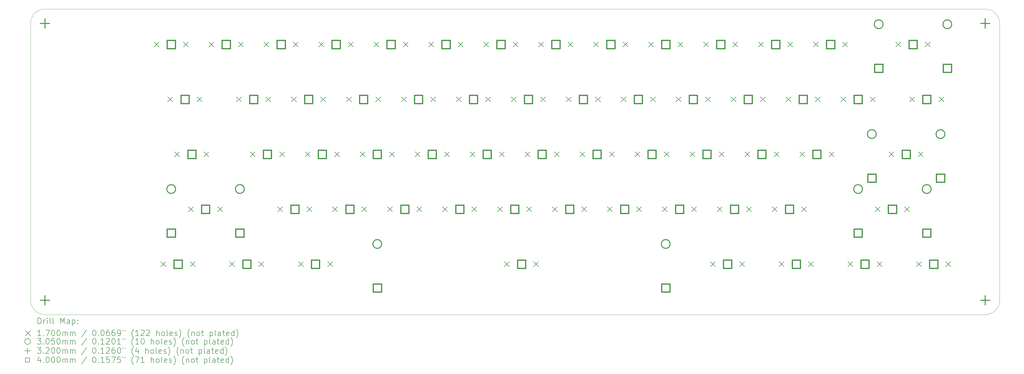
<source format=gbr>
%TF.GenerationSoftware,KiCad,Pcbnew,8.0.7*%
%TF.CreationDate,2024-12-25T15:12:18+08:00*%
%TF.ProjectId,keyboard,6b657962-6f61-4726-942e-6b696361645f,rev?*%
%TF.SameCoordinates,Original*%
%TF.FileFunction,Drillmap*%
%TF.FilePolarity,Positive*%
%FSLAX45Y45*%
G04 Gerber Fmt 4.5, Leading zero omitted, Abs format (unit mm)*
G04 Created by KiCad (PCBNEW 8.0.7) date 2024-12-25 15:12:18*
%MOMM*%
%LPD*%
G01*
G04 APERTURE LIST*
%ADD10C,0.050000*%
%ADD11C,0.200000*%
%ADD12C,0.170000*%
%ADD13C,0.305000*%
%ADD14C,0.320000*%
%ADD15C,0.400000*%
G04 APERTURE END LIST*
D10*
X37600000Y-4300000D02*
X37600000Y-13900000D01*
X37600000Y-13900000D02*
G75*
G02*
X37100000Y-14400000I-500000J0D01*
G01*
X4000000Y-13900000D02*
X4000000Y-4300000D01*
X4500000Y-14400000D02*
G75*
G02*
X4000000Y-13900000I0J500000D01*
G01*
X37100000Y-14400000D02*
X4500000Y-14400000D01*
X4500000Y-3800000D02*
X37100000Y-3800000D01*
X37100000Y-3800000D02*
G75*
G02*
X37600000Y-4300000I0J-500000D01*
G01*
X4000000Y-4300000D02*
G75*
G02*
X4500000Y-3800000I500000J0D01*
G01*
D11*
D12*
X8284300Y-4944200D02*
X8454300Y-5114200D01*
X8454300Y-4944200D02*
X8284300Y-5114200D01*
X8522425Y-12564200D02*
X8692425Y-12734200D01*
X8692425Y-12564200D02*
X8522425Y-12734200D01*
X8760550Y-6849200D02*
X8930550Y-7019200D01*
X8930550Y-6849200D02*
X8760550Y-7019200D01*
X8998675Y-8754200D02*
X9168675Y-8924200D01*
X9168675Y-8754200D02*
X8998675Y-8924200D01*
X9300300Y-4944200D02*
X9470300Y-5114200D01*
X9470300Y-4944200D02*
X9300300Y-5114200D01*
X9474925Y-10659200D02*
X9644925Y-10829200D01*
X9644925Y-10659200D02*
X9474925Y-10829200D01*
X9538425Y-12564200D02*
X9708425Y-12734200D01*
X9708425Y-12564200D02*
X9538425Y-12734200D01*
X9776550Y-6849200D02*
X9946550Y-7019200D01*
X9946550Y-6849200D02*
X9776550Y-7019200D01*
X10014675Y-8754200D02*
X10184675Y-8924200D01*
X10184675Y-8754200D02*
X10014675Y-8924200D01*
X10189300Y-4944200D02*
X10359300Y-5114200D01*
X10359300Y-4944200D02*
X10189300Y-5114200D01*
X10490925Y-10659200D02*
X10660925Y-10829200D01*
X10660925Y-10659200D02*
X10490925Y-10829200D01*
X10903675Y-12564200D02*
X11073675Y-12734200D01*
X11073675Y-12564200D02*
X10903675Y-12734200D01*
X11141800Y-6849200D02*
X11311800Y-7019200D01*
X11311800Y-6849200D02*
X11141800Y-7019200D01*
X11205300Y-4944200D02*
X11375300Y-5114200D01*
X11375300Y-4944200D02*
X11205300Y-5114200D01*
X11618050Y-8754200D02*
X11788050Y-8924200D01*
X11788050Y-8754200D02*
X11618050Y-8924200D01*
X11919675Y-12564200D02*
X12089675Y-12734200D01*
X12089675Y-12564200D02*
X11919675Y-12734200D01*
X12094300Y-4944200D02*
X12264300Y-5114200D01*
X12264300Y-4944200D02*
X12094300Y-5114200D01*
X12157800Y-6849200D02*
X12327800Y-7019200D01*
X12327800Y-6849200D02*
X12157800Y-7019200D01*
X12570550Y-10659200D02*
X12740550Y-10829200D01*
X12740550Y-10659200D02*
X12570550Y-10829200D01*
X12634050Y-8754200D02*
X12804050Y-8924200D01*
X12804050Y-8754200D02*
X12634050Y-8924200D01*
X13046800Y-6849200D02*
X13216800Y-7019200D01*
X13216800Y-6849200D02*
X13046800Y-7019200D01*
X13110300Y-4944200D02*
X13280300Y-5114200D01*
X13280300Y-4944200D02*
X13110300Y-5114200D01*
X13284925Y-12564200D02*
X13454925Y-12734200D01*
X13454925Y-12564200D02*
X13284925Y-12734200D01*
X13523050Y-8754200D02*
X13693050Y-8924200D01*
X13693050Y-8754200D02*
X13523050Y-8924200D01*
X13586550Y-10659200D02*
X13756550Y-10829200D01*
X13756550Y-10659200D02*
X13586550Y-10829200D01*
X13999300Y-4944200D02*
X14169300Y-5114200D01*
X14169300Y-4944200D02*
X13999300Y-5114200D01*
X14062800Y-6849200D02*
X14232800Y-7019200D01*
X14232800Y-6849200D02*
X14062800Y-7019200D01*
X14300925Y-12564200D02*
X14470925Y-12734200D01*
X14470925Y-12564200D02*
X14300925Y-12734200D01*
X14475550Y-10659200D02*
X14645550Y-10829200D01*
X14645550Y-10659200D02*
X14475550Y-10829200D01*
X14539050Y-8754200D02*
X14709050Y-8924200D01*
X14709050Y-8754200D02*
X14539050Y-8924200D01*
X14951800Y-6849200D02*
X15121800Y-7019200D01*
X15121800Y-6849200D02*
X14951800Y-7019200D01*
X15015300Y-4944200D02*
X15185300Y-5114200D01*
X15185300Y-4944200D02*
X15015300Y-5114200D01*
X15428050Y-8754200D02*
X15598050Y-8924200D01*
X15598050Y-8754200D02*
X15428050Y-8924200D01*
X15491550Y-10659200D02*
X15661550Y-10829200D01*
X15661550Y-10659200D02*
X15491550Y-10829200D01*
X15904300Y-4944200D02*
X16074300Y-5114200D01*
X16074300Y-4944200D02*
X15904300Y-5114200D01*
X15967800Y-6849200D02*
X16137800Y-7019200D01*
X16137800Y-6849200D02*
X15967800Y-7019200D01*
X16380550Y-10659200D02*
X16550550Y-10829200D01*
X16550550Y-10659200D02*
X16380550Y-10829200D01*
X16444050Y-8754200D02*
X16614050Y-8924200D01*
X16614050Y-8754200D02*
X16444050Y-8924200D01*
X16856800Y-6849200D02*
X17026800Y-7019200D01*
X17026800Y-6849200D02*
X16856800Y-7019200D01*
X16920300Y-4944200D02*
X17090300Y-5114200D01*
X17090300Y-4944200D02*
X16920300Y-5114200D01*
X17333050Y-8754200D02*
X17503050Y-8924200D01*
X17503050Y-8754200D02*
X17333050Y-8924200D01*
X17396550Y-10659200D02*
X17566550Y-10829200D01*
X17566550Y-10659200D02*
X17396550Y-10829200D01*
X17809300Y-4944200D02*
X17979300Y-5114200D01*
X17979300Y-4944200D02*
X17809300Y-5114200D01*
X17872800Y-6849200D02*
X18042800Y-7019200D01*
X18042800Y-6849200D02*
X17872800Y-7019200D01*
X18285550Y-10659200D02*
X18455550Y-10829200D01*
X18455550Y-10659200D02*
X18285550Y-10829200D01*
X18349050Y-8754200D02*
X18519050Y-8924200D01*
X18519050Y-8754200D02*
X18349050Y-8924200D01*
X18761800Y-6849200D02*
X18931800Y-7019200D01*
X18931800Y-6849200D02*
X18761800Y-7019200D01*
X18825300Y-4944200D02*
X18995300Y-5114200D01*
X18995300Y-4944200D02*
X18825300Y-5114200D01*
X19238050Y-8754200D02*
X19408050Y-8924200D01*
X19408050Y-8754200D02*
X19238050Y-8924200D01*
X19301550Y-10659200D02*
X19471550Y-10829200D01*
X19471550Y-10659200D02*
X19301550Y-10829200D01*
X19714300Y-4944200D02*
X19884300Y-5114200D01*
X19884300Y-4944200D02*
X19714300Y-5114200D01*
X19777800Y-6849200D02*
X19947800Y-7019200D01*
X19947800Y-6849200D02*
X19777800Y-7019200D01*
X20190550Y-10659200D02*
X20360550Y-10829200D01*
X20360550Y-10659200D02*
X20190550Y-10829200D01*
X20254050Y-8754200D02*
X20424050Y-8924200D01*
X20424050Y-8754200D02*
X20254050Y-8924200D01*
X20428675Y-12564200D02*
X20598675Y-12734200D01*
X20598675Y-12564200D02*
X20428675Y-12734200D01*
X20666800Y-6849200D02*
X20836800Y-7019200D01*
X20836800Y-6849200D02*
X20666800Y-7019200D01*
X20730300Y-4944200D02*
X20900300Y-5114200D01*
X20900300Y-4944200D02*
X20730300Y-5114200D01*
X21143050Y-8754200D02*
X21313050Y-8924200D01*
X21313050Y-8754200D02*
X21143050Y-8924200D01*
X21206550Y-10659200D02*
X21376550Y-10829200D01*
X21376550Y-10659200D02*
X21206550Y-10829200D01*
X21444675Y-12564200D02*
X21614675Y-12734200D01*
X21614675Y-12564200D02*
X21444675Y-12734200D01*
X21619300Y-4944200D02*
X21789300Y-5114200D01*
X21789300Y-4944200D02*
X21619300Y-5114200D01*
X21682800Y-6849200D02*
X21852800Y-7019200D01*
X21852800Y-6849200D02*
X21682800Y-7019200D01*
X22095550Y-10659200D02*
X22265550Y-10829200D01*
X22265550Y-10659200D02*
X22095550Y-10829200D01*
X22159050Y-8754200D02*
X22329050Y-8924200D01*
X22329050Y-8754200D02*
X22159050Y-8924200D01*
X22571800Y-6849200D02*
X22741800Y-7019200D01*
X22741800Y-6849200D02*
X22571800Y-7019200D01*
X22635300Y-4944200D02*
X22805300Y-5114200D01*
X22805300Y-4944200D02*
X22635300Y-5114200D01*
X23048050Y-8754200D02*
X23218050Y-8924200D01*
X23218050Y-8754200D02*
X23048050Y-8924200D01*
X23111550Y-10659200D02*
X23281550Y-10829200D01*
X23281550Y-10659200D02*
X23111550Y-10829200D01*
X23524300Y-4944200D02*
X23694300Y-5114200D01*
X23694300Y-4944200D02*
X23524300Y-5114200D01*
X23587800Y-6849200D02*
X23757800Y-7019200D01*
X23757800Y-6849200D02*
X23587800Y-7019200D01*
X24000550Y-10659200D02*
X24170550Y-10829200D01*
X24170550Y-10659200D02*
X24000550Y-10829200D01*
X24064050Y-8754200D02*
X24234050Y-8924200D01*
X24234050Y-8754200D02*
X24064050Y-8924200D01*
X24476800Y-6849200D02*
X24646800Y-7019200D01*
X24646800Y-6849200D02*
X24476800Y-7019200D01*
X24540300Y-4944200D02*
X24710300Y-5114200D01*
X24710300Y-4944200D02*
X24540300Y-5114200D01*
X24953050Y-8754200D02*
X25123050Y-8924200D01*
X25123050Y-8754200D02*
X24953050Y-8924200D01*
X25016550Y-10659200D02*
X25186550Y-10829200D01*
X25186550Y-10659200D02*
X25016550Y-10829200D01*
X25429300Y-4944200D02*
X25599300Y-5114200D01*
X25599300Y-4944200D02*
X25429300Y-5114200D01*
X25492800Y-6849200D02*
X25662800Y-7019200D01*
X25662800Y-6849200D02*
X25492800Y-7019200D01*
X25905550Y-10659200D02*
X26075550Y-10829200D01*
X26075550Y-10659200D02*
X25905550Y-10829200D01*
X25969050Y-8754200D02*
X26139050Y-8924200D01*
X26139050Y-8754200D02*
X25969050Y-8924200D01*
X26381800Y-6849200D02*
X26551800Y-7019200D01*
X26551800Y-6849200D02*
X26381800Y-7019200D01*
X26445300Y-4944200D02*
X26615300Y-5114200D01*
X26615300Y-4944200D02*
X26445300Y-5114200D01*
X26858050Y-8754200D02*
X27028050Y-8924200D01*
X27028050Y-8754200D02*
X26858050Y-8924200D01*
X26921550Y-10659200D02*
X27091550Y-10829200D01*
X27091550Y-10659200D02*
X26921550Y-10829200D01*
X27334300Y-4944200D02*
X27504300Y-5114200D01*
X27504300Y-4944200D02*
X27334300Y-5114200D01*
X27397800Y-6849200D02*
X27567800Y-7019200D01*
X27567800Y-6849200D02*
X27397800Y-7019200D01*
X27572425Y-12564200D02*
X27742425Y-12734200D01*
X27742425Y-12564200D02*
X27572425Y-12734200D01*
X27810550Y-10659200D02*
X27980550Y-10829200D01*
X27980550Y-10659200D02*
X27810550Y-10829200D01*
X27874050Y-8754200D02*
X28044050Y-8924200D01*
X28044050Y-8754200D02*
X27874050Y-8924200D01*
X28286800Y-6849200D02*
X28456800Y-7019200D01*
X28456800Y-6849200D02*
X28286800Y-7019200D01*
X28350300Y-4944200D02*
X28520300Y-5114200D01*
X28520300Y-4944200D02*
X28350300Y-5114200D01*
X28588425Y-12564200D02*
X28758425Y-12734200D01*
X28758425Y-12564200D02*
X28588425Y-12734200D01*
X28763050Y-8754200D02*
X28933050Y-8924200D01*
X28933050Y-8754200D02*
X28763050Y-8924200D01*
X28826550Y-10659200D02*
X28996550Y-10829200D01*
X28996550Y-10659200D02*
X28826550Y-10829200D01*
X29239300Y-4944200D02*
X29409300Y-5114200D01*
X29409300Y-4944200D02*
X29239300Y-5114200D01*
X29302800Y-6849200D02*
X29472800Y-7019200D01*
X29472800Y-6849200D02*
X29302800Y-7019200D01*
X29715550Y-10659200D02*
X29885550Y-10829200D01*
X29885550Y-10659200D02*
X29715550Y-10829200D01*
X29779050Y-8754200D02*
X29949050Y-8924200D01*
X29949050Y-8754200D02*
X29779050Y-8924200D01*
X29953675Y-12564200D02*
X30123675Y-12734200D01*
X30123675Y-12564200D02*
X29953675Y-12734200D01*
X30191800Y-6849200D02*
X30361800Y-7019200D01*
X30361800Y-6849200D02*
X30191800Y-7019200D01*
X30255300Y-4944200D02*
X30425300Y-5114200D01*
X30425300Y-4944200D02*
X30255300Y-5114200D01*
X30668050Y-8754200D02*
X30838050Y-8924200D01*
X30838050Y-8754200D02*
X30668050Y-8924200D01*
X30731550Y-10659200D02*
X30901550Y-10829200D01*
X30901550Y-10659200D02*
X30731550Y-10829200D01*
X30969675Y-12564200D02*
X31139675Y-12734200D01*
X31139675Y-12564200D02*
X30969675Y-12734200D01*
X31144300Y-4944200D02*
X31314300Y-5114200D01*
X31314300Y-4944200D02*
X31144300Y-5114200D01*
X31207800Y-6849200D02*
X31377800Y-7019200D01*
X31377800Y-6849200D02*
X31207800Y-7019200D01*
X31684050Y-8754200D02*
X31854050Y-8924200D01*
X31854050Y-8754200D02*
X31684050Y-8924200D01*
X32096800Y-6849200D02*
X32266800Y-7019200D01*
X32266800Y-6849200D02*
X32096800Y-7019200D01*
X32160300Y-4944200D02*
X32330300Y-5114200D01*
X32330300Y-4944200D02*
X32160300Y-5114200D01*
X32334925Y-12564200D02*
X32504925Y-12734200D01*
X32504925Y-12564200D02*
X32334925Y-12734200D01*
X33112800Y-6849200D02*
X33282800Y-7019200D01*
X33282800Y-6849200D02*
X33112800Y-7019200D01*
X33287425Y-10659200D02*
X33457425Y-10829200D01*
X33457425Y-10659200D02*
X33287425Y-10829200D01*
X33350925Y-12564200D02*
X33520925Y-12734200D01*
X33520925Y-12564200D02*
X33350925Y-12734200D01*
X33763675Y-8754200D02*
X33933675Y-8924200D01*
X33933675Y-8754200D02*
X33763675Y-8924200D01*
X34001800Y-4944200D02*
X34171800Y-5114200D01*
X34171800Y-4944200D02*
X34001800Y-5114200D01*
X34303425Y-10659200D02*
X34473425Y-10829200D01*
X34473425Y-10659200D02*
X34303425Y-10829200D01*
X34478050Y-6849200D02*
X34648050Y-7019200D01*
X34648050Y-6849200D02*
X34478050Y-7019200D01*
X34716175Y-12564200D02*
X34886175Y-12734200D01*
X34886175Y-12564200D02*
X34716175Y-12734200D01*
X34779675Y-8754200D02*
X34949675Y-8924200D01*
X34949675Y-8754200D02*
X34779675Y-8924200D01*
X35017800Y-4944200D02*
X35187800Y-5114200D01*
X35187800Y-4944200D02*
X35017800Y-5114200D01*
X35494050Y-6849200D02*
X35664050Y-7019200D01*
X35664050Y-6849200D02*
X35494050Y-7019200D01*
X35732175Y-12564200D02*
X35902175Y-12734200D01*
X35902175Y-12564200D02*
X35732175Y-12734200D01*
D13*
X9030425Y-10044200D02*
G75*
G02*
X8725425Y-10044200I-152500J0D01*
G01*
X8725425Y-10044200D02*
G75*
G02*
X9030425Y-10044200I152500J0D01*
G01*
X11410425Y-10044200D02*
G75*
G02*
X11105425Y-10044200I-152500J0D01*
G01*
X11105425Y-10044200D02*
G75*
G02*
X11410425Y-10044200I152500J0D01*
G01*
X16174175Y-11949200D02*
G75*
G02*
X15869175Y-11949200I-152500J0D01*
G01*
X15869175Y-11949200D02*
G75*
G02*
X16174175Y-11949200I152500J0D01*
G01*
X26174175Y-11949200D02*
G75*
G02*
X25869175Y-11949200I-152500J0D01*
G01*
X25869175Y-11949200D02*
G75*
G02*
X26174175Y-11949200I152500J0D01*
G01*
X32842925Y-10044200D02*
G75*
G02*
X32537925Y-10044200I-152500J0D01*
G01*
X32537925Y-10044200D02*
G75*
G02*
X32842925Y-10044200I152500J0D01*
G01*
X33319175Y-8139200D02*
G75*
G02*
X33014175Y-8139200I-152500J0D01*
G01*
X33014175Y-8139200D02*
G75*
G02*
X33319175Y-8139200I152500J0D01*
G01*
X33557300Y-4329200D02*
G75*
G02*
X33252300Y-4329200I-152500J0D01*
G01*
X33252300Y-4329200D02*
G75*
G02*
X33557300Y-4329200I152500J0D01*
G01*
X35222925Y-10044200D02*
G75*
G02*
X34917925Y-10044200I-152500J0D01*
G01*
X34917925Y-10044200D02*
G75*
G02*
X35222925Y-10044200I152500J0D01*
G01*
X35699175Y-8139200D02*
G75*
G02*
X35394175Y-8139200I-152500J0D01*
G01*
X35394175Y-8139200D02*
G75*
G02*
X35699175Y-8139200I152500J0D01*
G01*
X35937300Y-4329200D02*
G75*
G02*
X35632300Y-4329200I-152500J0D01*
G01*
X35632300Y-4329200D02*
G75*
G02*
X35937300Y-4329200I152500J0D01*
G01*
D14*
X4500000Y-4140000D02*
X4500000Y-4460000D01*
X4340000Y-4300000D02*
X4660000Y-4300000D01*
X4500000Y-13740000D02*
X4500000Y-14060000D01*
X4340000Y-13900000D02*
X4660000Y-13900000D01*
X37100000Y-4140000D02*
X37100000Y-4460000D01*
X36940000Y-4300000D02*
X37260000Y-4300000D01*
X37100000Y-13740000D02*
X37100000Y-14060000D01*
X36940000Y-13900000D02*
X37260000Y-13900000D01*
D15*
X9018723Y-5170623D02*
X9018723Y-4887777D01*
X8735877Y-4887777D01*
X8735877Y-5170623D01*
X9018723Y-5170623D01*
X9019348Y-11709623D02*
X9019348Y-11426777D01*
X8736502Y-11426777D01*
X8736502Y-11709623D01*
X9019348Y-11709623D01*
X9256848Y-12790623D02*
X9256848Y-12507777D01*
X8974002Y-12507777D01*
X8974002Y-12790623D01*
X9256848Y-12790623D01*
X9494973Y-7075623D02*
X9494973Y-6792777D01*
X9212127Y-6792777D01*
X9212127Y-7075623D01*
X9494973Y-7075623D01*
X9733098Y-8980623D02*
X9733098Y-8697777D01*
X9450252Y-8697777D01*
X9450252Y-8980623D01*
X9733098Y-8980623D01*
X10209348Y-10885623D02*
X10209348Y-10602777D01*
X9926502Y-10602777D01*
X9926502Y-10885623D01*
X10209348Y-10885623D01*
X10923723Y-5170623D02*
X10923723Y-4887777D01*
X10640877Y-4887777D01*
X10640877Y-5170623D01*
X10923723Y-5170623D01*
X11399348Y-11709623D02*
X11399348Y-11426777D01*
X11116502Y-11426777D01*
X11116502Y-11709623D01*
X11399348Y-11709623D01*
X11638098Y-12790623D02*
X11638098Y-12507777D01*
X11355252Y-12507777D01*
X11355252Y-12790623D01*
X11638098Y-12790623D01*
X11876223Y-7075623D02*
X11876223Y-6792777D01*
X11593377Y-6792777D01*
X11593377Y-7075623D01*
X11876223Y-7075623D01*
X12352473Y-8980623D02*
X12352473Y-8697777D01*
X12069627Y-8697777D01*
X12069627Y-8980623D01*
X12352473Y-8980623D01*
X12828723Y-5170623D02*
X12828723Y-4887777D01*
X12545877Y-4887777D01*
X12545877Y-5170623D01*
X12828723Y-5170623D01*
X13304973Y-10885623D02*
X13304973Y-10602777D01*
X13022127Y-10602777D01*
X13022127Y-10885623D01*
X13304973Y-10885623D01*
X13781223Y-7075623D02*
X13781223Y-6792777D01*
X13498377Y-6792777D01*
X13498377Y-7075623D01*
X13781223Y-7075623D01*
X14019348Y-12790623D02*
X14019348Y-12507777D01*
X13736502Y-12507777D01*
X13736502Y-12790623D01*
X14019348Y-12790623D01*
X14257473Y-8980623D02*
X14257473Y-8697777D01*
X13974627Y-8697777D01*
X13974627Y-8980623D01*
X14257473Y-8980623D01*
X14733723Y-5170623D02*
X14733723Y-4887777D01*
X14450877Y-4887777D01*
X14450877Y-5170623D01*
X14733723Y-5170623D01*
X15209973Y-10885623D02*
X15209973Y-10602777D01*
X14927127Y-10602777D01*
X14927127Y-10885623D01*
X15209973Y-10885623D01*
X15686223Y-7075623D02*
X15686223Y-6792777D01*
X15403377Y-6792777D01*
X15403377Y-7075623D01*
X15686223Y-7075623D01*
X16162473Y-8980623D02*
X16162473Y-8697777D01*
X15879627Y-8697777D01*
X15879627Y-8980623D01*
X16162473Y-8980623D01*
X16163098Y-13614623D02*
X16163098Y-13331777D01*
X15880252Y-13331777D01*
X15880252Y-13614623D01*
X16163098Y-13614623D01*
X16638723Y-5170623D02*
X16638723Y-4887777D01*
X16355877Y-4887777D01*
X16355877Y-5170623D01*
X16638723Y-5170623D01*
X17114973Y-10885623D02*
X17114973Y-10602777D01*
X16832127Y-10602777D01*
X16832127Y-10885623D01*
X17114973Y-10885623D01*
X17591223Y-7075623D02*
X17591223Y-6792777D01*
X17308377Y-6792777D01*
X17308377Y-7075623D01*
X17591223Y-7075623D01*
X18067473Y-8980623D02*
X18067473Y-8697777D01*
X17784627Y-8697777D01*
X17784627Y-8980623D01*
X18067473Y-8980623D01*
X18543723Y-5170623D02*
X18543723Y-4887777D01*
X18260877Y-4887777D01*
X18260877Y-5170623D01*
X18543723Y-5170623D01*
X19019973Y-10885623D02*
X19019973Y-10602777D01*
X18737127Y-10602777D01*
X18737127Y-10885623D01*
X19019973Y-10885623D01*
X19496223Y-7075623D02*
X19496223Y-6792777D01*
X19213377Y-6792777D01*
X19213377Y-7075623D01*
X19496223Y-7075623D01*
X19972473Y-8980623D02*
X19972473Y-8697777D01*
X19689627Y-8697777D01*
X19689627Y-8980623D01*
X19972473Y-8980623D01*
X20448723Y-5170623D02*
X20448723Y-4887777D01*
X20165877Y-4887777D01*
X20165877Y-5170623D01*
X20448723Y-5170623D01*
X20924973Y-10885623D02*
X20924973Y-10602777D01*
X20642127Y-10602777D01*
X20642127Y-10885623D01*
X20924973Y-10885623D01*
X21163098Y-12790623D02*
X21163098Y-12507777D01*
X20880252Y-12507777D01*
X20880252Y-12790623D01*
X21163098Y-12790623D01*
X21401223Y-7075623D02*
X21401223Y-6792777D01*
X21118377Y-6792777D01*
X21118377Y-7075623D01*
X21401223Y-7075623D01*
X21877473Y-8980623D02*
X21877473Y-8697777D01*
X21594627Y-8697777D01*
X21594627Y-8980623D01*
X21877473Y-8980623D01*
X22353723Y-5170623D02*
X22353723Y-4887777D01*
X22070877Y-4887777D01*
X22070877Y-5170623D01*
X22353723Y-5170623D01*
X22829973Y-10885623D02*
X22829973Y-10602777D01*
X22547127Y-10602777D01*
X22547127Y-10885623D01*
X22829973Y-10885623D01*
X23306223Y-7075623D02*
X23306223Y-6792777D01*
X23023377Y-6792777D01*
X23023377Y-7075623D01*
X23306223Y-7075623D01*
X23782473Y-8980623D02*
X23782473Y-8697777D01*
X23499627Y-8697777D01*
X23499627Y-8980623D01*
X23782473Y-8980623D01*
X24258723Y-5170623D02*
X24258723Y-4887777D01*
X23975877Y-4887777D01*
X23975877Y-5170623D01*
X24258723Y-5170623D01*
X24734973Y-10885623D02*
X24734973Y-10602777D01*
X24452127Y-10602777D01*
X24452127Y-10885623D01*
X24734973Y-10885623D01*
X25211223Y-7075623D02*
X25211223Y-6792777D01*
X24928377Y-6792777D01*
X24928377Y-7075623D01*
X25211223Y-7075623D01*
X25687473Y-8980623D02*
X25687473Y-8697777D01*
X25404627Y-8697777D01*
X25404627Y-8980623D01*
X25687473Y-8980623D01*
X26163098Y-13614623D02*
X26163098Y-13331777D01*
X25880252Y-13331777D01*
X25880252Y-13614623D01*
X26163098Y-13614623D01*
X26163723Y-5170623D02*
X26163723Y-4887777D01*
X25880877Y-4887777D01*
X25880877Y-5170623D01*
X26163723Y-5170623D01*
X26639973Y-10885623D02*
X26639973Y-10602777D01*
X26357127Y-10602777D01*
X26357127Y-10885623D01*
X26639973Y-10885623D01*
X27116223Y-7075623D02*
X27116223Y-6792777D01*
X26833377Y-6792777D01*
X26833377Y-7075623D01*
X27116223Y-7075623D01*
X27592473Y-8980623D02*
X27592473Y-8697777D01*
X27309627Y-8697777D01*
X27309627Y-8980623D01*
X27592473Y-8980623D01*
X28068723Y-5170623D02*
X28068723Y-4887777D01*
X27785877Y-4887777D01*
X27785877Y-5170623D01*
X28068723Y-5170623D01*
X28306848Y-12790623D02*
X28306848Y-12507777D01*
X28024002Y-12507777D01*
X28024002Y-12790623D01*
X28306848Y-12790623D01*
X28544973Y-10885623D02*
X28544973Y-10602777D01*
X28262127Y-10602777D01*
X28262127Y-10885623D01*
X28544973Y-10885623D01*
X29021223Y-7075623D02*
X29021223Y-6792777D01*
X28738377Y-6792777D01*
X28738377Y-7075623D01*
X29021223Y-7075623D01*
X29497473Y-8980623D02*
X29497473Y-8697777D01*
X29214627Y-8697777D01*
X29214627Y-8980623D01*
X29497473Y-8980623D01*
X29973723Y-5170623D02*
X29973723Y-4887777D01*
X29690877Y-4887777D01*
X29690877Y-5170623D01*
X29973723Y-5170623D01*
X30449973Y-10885623D02*
X30449973Y-10602777D01*
X30167127Y-10602777D01*
X30167127Y-10885623D01*
X30449973Y-10885623D01*
X30688098Y-12790623D02*
X30688098Y-12507777D01*
X30405252Y-12507777D01*
X30405252Y-12790623D01*
X30688098Y-12790623D01*
X30926223Y-7075623D02*
X30926223Y-6792777D01*
X30643377Y-6792777D01*
X30643377Y-7075623D01*
X30926223Y-7075623D01*
X31402473Y-8980623D02*
X31402473Y-8697777D01*
X31119627Y-8697777D01*
X31119627Y-8980623D01*
X31402473Y-8980623D01*
X31878723Y-5170623D02*
X31878723Y-4887777D01*
X31595877Y-4887777D01*
X31595877Y-5170623D01*
X31878723Y-5170623D01*
X32831223Y-7075623D02*
X32831223Y-6792777D01*
X32548377Y-6792777D01*
X32548377Y-7075623D01*
X32831223Y-7075623D01*
X32831848Y-11709623D02*
X32831848Y-11426777D01*
X32549002Y-11426777D01*
X32549002Y-11709623D01*
X32831848Y-11709623D01*
X33069348Y-12790623D02*
X33069348Y-12507777D01*
X32786502Y-12507777D01*
X32786502Y-12790623D01*
X33069348Y-12790623D01*
X33308098Y-9804623D02*
X33308098Y-9521777D01*
X33025252Y-9521777D01*
X33025252Y-9804623D01*
X33308098Y-9804623D01*
X33546223Y-5994623D02*
X33546223Y-5711777D01*
X33263377Y-5711777D01*
X33263377Y-5994623D01*
X33546223Y-5994623D01*
X34021848Y-10885623D02*
X34021848Y-10602777D01*
X33739002Y-10602777D01*
X33739002Y-10885623D01*
X34021848Y-10885623D01*
X34498098Y-8980623D02*
X34498098Y-8697777D01*
X34215252Y-8697777D01*
X34215252Y-8980623D01*
X34498098Y-8980623D01*
X34736223Y-5170623D02*
X34736223Y-4887777D01*
X34453377Y-4887777D01*
X34453377Y-5170623D01*
X34736223Y-5170623D01*
X35211848Y-11709623D02*
X35211848Y-11426777D01*
X34929002Y-11426777D01*
X34929002Y-11709623D01*
X35211848Y-11709623D01*
X35212473Y-7075623D02*
X35212473Y-6792777D01*
X34929627Y-6792777D01*
X34929627Y-7075623D01*
X35212473Y-7075623D01*
X35450598Y-12790623D02*
X35450598Y-12507777D01*
X35167752Y-12507777D01*
X35167752Y-12790623D01*
X35450598Y-12790623D01*
X35688098Y-9804623D02*
X35688098Y-9521777D01*
X35405252Y-9521777D01*
X35405252Y-9804623D01*
X35688098Y-9804623D01*
X35926223Y-5994623D02*
X35926223Y-5711777D01*
X35643377Y-5711777D01*
X35643377Y-5994623D01*
X35926223Y-5994623D01*
D11*
X4258277Y-14713984D02*
X4258277Y-14513984D01*
X4258277Y-14513984D02*
X4305896Y-14513984D01*
X4305896Y-14513984D02*
X4334467Y-14523508D01*
X4334467Y-14523508D02*
X4353515Y-14542555D01*
X4353515Y-14542555D02*
X4363039Y-14561603D01*
X4363039Y-14561603D02*
X4372563Y-14599698D01*
X4372563Y-14599698D02*
X4372563Y-14628269D01*
X4372563Y-14628269D02*
X4363039Y-14666365D01*
X4363039Y-14666365D02*
X4353515Y-14685412D01*
X4353515Y-14685412D02*
X4334467Y-14704460D01*
X4334467Y-14704460D02*
X4305896Y-14713984D01*
X4305896Y-14713984D02*
X4258277Y-14713984D01*
X4458277Y-14713984D02*
X4458277Y-14580650D01*
X4458277Y-14618746D02*
X4467801Y-14599698D01*
X4467801Y-14599698D02*
X4477324Y-14590174D01*
X4477324Y-14590174D02*
X4496372Y-14580650D01*
X4496372Y-14580650D02*
X4515420Y-14580650D01*
X4582086Y-14713984D02*
X4582086Y-14580650D01*
X4582086Y-14513984D02*
X4572563Y-14523508D01*
X4572563Y-14523508D02*
X4582086Y-14533031D01*
X4582086Y-14533031D02*
X4591610Y-14523508D01*
X4591610Y-14523508D02*
X4582086Y-14513984D01*
X4582086Y-14513984D02*
X4582086Y-14533031D01*
X4705896Y-14713984D02*
X4686848Y-14704460D01*
X4686848Y-14704460D02*
X4677324Y-14685412D01*
X4677324Y-14685412D02*
X4677324Y-14513984D01*
X4810658Y-14713984D02*
X4791610Y-14704460D01*
X4791610Y-14704460D02*
X4782086Y-14685412D01*
X4782086Y-14685412D02*
X4782086Y-14513984D01*
X5039229Y-14713984D02*
X5039229Y-14513984D01*
X5039229Y-14513984D02*
X5105896Y-14656841D01*
X5105896Y-14656841D02*
X5172563Y-14513984D01*
X5172563Y-14513984D02*
X5172563Y-14713984D01*
X5353515Y-14713984D02*
X5353515Y-14609222D01*
X5353515Y-14609222D02*
X5343991Y-14590174D01*
X5343991Y-14590174D02*
X5324944Y-14580650D01*
X5324944Y-14580650D02*
X5286848Y-14580650D01*
X5286848Y-14580650D02*
X5267801Y-14590174D01*
X5353515Y-14704460D02*
X5334467Y-14713984D01*
X5334467Y-14713984D02*
X5286848Y-14713984D01*
X5286848Y-14713984D02*
X5267801Y-14704460D01*
X5267801Y-14704460D02*
X5258277Y-14685412D01*
X5258277Y-14685412D02*
X5258277Y-14666365D01*
X5258277Y-14666365D02*
X5267801Y-14647317D01*
X5267801Y-14647317D02*
X5286848Y-14637793D01*
X5286848Y-14637793D02*
X5334467Y-14637793D01*
X5334467Y-14637793D02*
X5353515Y-14628269D01*
X5448753Y-14580650D02*
X5448753Y-14780650D01*
X5448753Y-14590174D02*
X5467801Y-14580650D01*
X5467801Y-14580650D02*
X5505896Y-14580650D01*
X5505896Y-14580650D02*
X5524944Y-14590174D01*
X5524944Y-14590174D02*
X5534467Y-14599698D01*
X5534467Y-14599698D02*
X5543991Y-14618746D01*
X5543991Y-14618746D02*
X5543991Y-14675888D01*
X5543991Y-14675888D02*
X5534467Y-14694936D01*
X5534467Y-14694936D02*
X5524944Y-14704460D01*
X5524944Y-14704460D02*
X5505896Y-14713984D01*
X5505896Y-14713984D02*
X5467801Y-14713984D01*
X5467801Y-14713984D02*
X5448753Y-14704460D01*
X5629705Y-14694936D02*
X5639229Y-14704460D01*
X5639229Y-14704460D02*
X5629705Y-14713984D01*
X5629705Y-14713984D02*
X5620182Y-14704460D01*
X5620182Y-14704460D02*
X5629705Y-14694936D01*
X5629705Y-14694936D02*
X5629705Y-14713984D01*
X5629705Y-14590174D02*
X5639229Y-14599698D01*
X5639229Y-14599698D02*
X5629705Y-14609222D01*
X5629705Y-14609222D02*
X5620182Y-14599698D01*
X5620182Y-14599698D02*
X5629705Y-14590174D01*
X5629705Y-14590174D02*
X5629705Y-14609222D01*
D12*
X3827500Y-14957500D02*
X3997500Y-15127500D01*
X3997500Y-14957500D02*
X3827500Y-15127500D01*
D11*
X4363039Y-15133984D02*
X4248753Y-15133984D01*
X4305896Y-15133984D02*
X4305896Y-14933984D01*
X4305896Y-14933984D02*
X4286848Y-14962555D01*
X4286848Y-14962555D02*
X4267801Y-14981603D01*
X4267801Y-14981603D02*
X4248753Y-14991127D01*
X4448753Y-15114936D02*
X4458277Y-15124460D01*
X4458277Y-15124460D02*
X4448753Y-15133984D01*
X4448753Y-15133984D02*
X4439229Y-15124460D01*
X4439229Y-15124460D02*
X4448753Y-15114936D01*
X4448753Y-15114936D02*
X4448753Y-15133984D01*
X4524944Y-14933984D02*
X4658277Y-14933984D01*
X4658277Y-14933984D02*
X4572563Y-15133984D01*
X4772563Y-14933984D02*
X4791610Y-14933984D01*
X4791610Y-14933984D02*
X4810658Y-14943508D01*
X4810658Y-14943508D02*
X4820182Y-14953031D01*
X4820182Y-14953031D02*
X4829705Y-14972079D01*
X4829705Y-14972079D02*
X4839229Y-15010174D01*
X4839229Y-15010174D02*
X4839229Y-15057793D01*
X4839229Y-15057793D02*
X4829705Y-15095888D01*
X4829705Y-15095888D02*
X4820182Y-15114936D01*
X4820182Y-15114936D02*
X4810658Y-15124460D01*
X4810658Y-15124460D02*
X4791610Y-15133984D01*
X4791610Y-15133984D02*
X4772563Y-15133984D01*
X4772563Y-15133984D02*
X4753515Y-15124460D01*
X4753515Y-15124460D02*
X4743991Y-15114936D01*
X4743991Y-15114936D02*
X4734467Y-15095888D01*
X4734467Y-15095888D02*
X4724944Y-15057793D01*
X4724944Y-15057793D02*
X4724944Y-15010174D01*
X4724944Y-15010174D02*
X4734467Y-14972079D01*
X4734467Y-14972079D02*
X4743991Y-14953031D01*
X4743991Y-14953031D02*
X4753515Y-14943508D01*
X4753515Y-14943508D02*
X4772563Y-14933984D01*
X4963039Y-14933984D02*
X4982086Y-14933984D01*
X4982086Y-14933984D02*
X5001134Y-14943508D01*
X5001134Y-14943508D02*
X5010658Y-14953031D01*
X5010658Y-14953031D02*
X5020182Y-14972079D01*
X5020182Y-14972079D02*
X5029705Y-15010174D01*
X5029705Y-15010174D02*
X5029705Y-15057793D01*
X5029705Y-15057793D02*
X5020182Y-15095888D01*
X5020182Y-15095888D02*
X5010658Y-15114936D01*
X5010658Y-15114936D02*
X5001134Y-15124460D01*
X5001134Y-15124460D02*
X4982086Y-15133984D01*
X4982086Y-15133984D02*
X4963039Y-15133984D01*
X4963039Y-15133984D02*
X4943991Y-15124460D01*
X4943991Y-15124460D02*
X4934467Y-15114936D01*
X4934467Y-15114936D02*
X4924944Y-15095888D01*
X4924944Y-15095888D02*
X4915420Y-15057793D01*
X4915420Y-15057793D02*
X4915420Y-15010174D01*
X4915420Y-15010174D02*
X4924944Y-14972079D01*
X4924944Y-14972079D02*
X4934467Y-14953031D01*
X4934467Y-14953031D02*
X4943991Y-14943508D01*
X4943991Y-14943508D02*
X4963039Y-14933984D01*
X5115420Y-15133984D02*
X5115420Y-15000650D01*
X5115420Y-15019698D02*
X5124944Y-15010174D01*
X5124944Y-15010174D02*
X5143991Y-15000650D01*
X5143991Y-15000650D02*
X5172563Y-15000650D01*
X5172563Y-15000650D02*
X5191610Y-15010174D01*
X5191610Y-15010174D02*
X5201134Y-15029222D01*
X5201134Y-15029222D02*
X5201134Y-15133984D01*
X5201134Y-15029222D02*
X5210658Y-15010174D01*
X5210658Y-15010174D02*
X5229705Y-15000650D01*
X5229705Y-15000650D02*
X5258277Y-15000650D01*
X5258277Y-15000650D02*
X5277325Y-15010174D01*
X5277325Y-15010174D02*
X5286848Y-15029222D01*
X5286848Y-15029222D02*
X5286848Y-15133984D01*
X5382086Y-15133984D02*
X5382086Y-15000650D01*
X5382086Y-15019698D02*
X5391610Y-15010174D01*
X5391610Y-15010174D02*
X5410658Y-15000650D01*
X5410658Y-15000650D02*
X5439229Y-15000650D01*
X5439229Y-15000650D02*
X5458277Y-15010174D01*
X5458277Y-15010174D02*
X5467801Y-15029222D01*
X5467801Y-15029222D02*
X5467801Y-15133984D01*
X5467801Y-15029222D02*
X5477325Y-15010174D01*
X5477325Y-15010174D02*
X5496372Y-15000650D01*
X5496372Y-15000650D02*
X5524944Y-15000650D01*
X5524944Y-15000650D02*
X5543991Y-15010174D01*
X5543991Y-15010174D02*
X5553515Y-15029222D01*
X5553515Y-15029222D02*
X5553515Y-15133984D01*
X5943991Y-14924460D02*
X5772563Y-15181603D01*
X6201134Y-14933984D02*
X6220182Y-14933984D01*
X6220182Y-14933984D02*
X6239229Y-14943508D01*
X6239229Y-14943508D02*
X6248753Y-14953031D01*
X6248753Y-14953031D02*
X6258277Y-14972079D01*
X6258277Y-14972079D02*
X6267801Y-15010174D01*
X6267801Y-15010174D02*
X6267801Y-15057793D01*
X6267801Y-15057793D02*
X6258277Y-15095888D01*
X6258277Y-15095888D02*
X6248753Y-15114936D01*
X6248753Y-15114936D02*
X6239229Y-15124460D01*
X6239229Y-15124460D02*
X6220182Y-15133984D01*
X6220182Y-15133984D02*
X6201134Y-15133984D01*
X6201134Y-15133984D02*
X6182086Y-15124460D01*
X6182086Y-15124460D02*
X6172563Y-15114936D01*
X6172563Y-15114936D02*
X6163039Y-15095888D01*
X6163039Y-15095888D02*
X6153515Y-15057793D01*
X6153515Y-15057793D02*
X6153515Y-15010174D01*
X6153515Y-15010174D02*
X6163039Y-14972079D01*
X6163039Y-14972079D02*
X6172563Y-14953031D01*
X6172563Y-14953031D02*
X6182086Y-14943508D01*
X6182086Y-14943508D02*
X6201134Y-14933984D01*
X6353515Y-15114936D02*
X6363039Y-15124460D01*
X6363039Y-15124460D02*
X6353515Y-15133984D01*
X6353515Y-15133984D02*
X6343991Y-15124460D01*
X6343991Y-15124460D02*
X6353515Y-15114936D01*
X6353515Y-15114936D02*
X6353515Y-15133984D01*
X6486848Y-14933984D02*
X6505896Y-14933984D01*
X6505896Y-14933984D02*
X6524944Y-14943508D01*
X6524944Y-14943508D02*
X6534467Y-14953031D01*
X6534467Y-14953031D02*
X6543991Y-14972079D01*
X6543991Y-14972079D02*
X6553515Y-15010174D01*
X6553515Y-15010174D02*
X6553515Y-15057793D01*
X6553515Y-15057793D02*
X6543991Y-15095888D01*
X6543991Y-15095888D02*
X6534467Y-15114936D01*
X6534467Y-15114936D02*
X6524944Y-15124460D01*
X6524944Y-15124460D02*
X6505896Y-15133984D01*
X6505896Y-15133984D02*
X6486848Y-15133984D01*
X6486848Y-15133984D02*
X6467801Y-15124460D01*
X6467801Y-15124460D02*
X6458277Y-15114936D01*
X6458277Y-15114936D02*
X6448753Y-15095888D01*
X6448753Y-15095888D02*
X6439229Y-15057793D01*
X6439229Y-15057793D02*
X6439229Y-15010174D01*
X6439229Y-15010174D02*
X6448753Y-14972079D01*
X6448753Y-14972079D02*
X6458277Y-14953031D01*
X6458277Y-14953031D02*
X6467801Y-14943508D01*
X6467801Y-14943508D02*
X6486848Y-14933984D01*
X6724944Y-14933984D02*
X6686848Y-14933984D01*
X6686848Y-14933984D02*
X6667801Y-14943508D01*
X6667801Y-14943508D02*
X6658277Y-14953031D01*
X6658277Y-14953031D02*
X6639229Y-14981603D01*
X6639229Y-14981603D02*
X6629706Y-15019698D01*
X6629706Y-15019698D02*
X6629706Y-15095888D01*
X6629706Y-15095888D02*
X6639229Y-15114936D01*
X6639229Y-15114936D02*
X6648753Y-15124460D01*
X6648753Y-15124460D02*
X6667801Y-15133984D01*
X6667801Y-15133984D02*
X6705896Y-15133984D01*
X6705896Y-15133984D02*
X6724944Y-15124460D01*
X6724944Y-15124460D02*
X6734467Y-15114936D01*
X6734467Y-15114936D02*
X6743991Y-15095888D01*
X6743991Y-15095888D02*
X6743991Y-15048269D01*
X6743991Y-15048269D02*
X6734467Y-15029222D01*
X6734467Y-15029222D02*
X6724944Y-15019698D01*
X6724944Y-15019698D02*
X6705896Y-15010174D01*
X6705896Y-15010174D02*
X6667801Y-15010174D01*
X6667801Y-15010174D02*
X6648753Y-15019698D01*
X6648753Y-15019698D02*
X6639229Y-15029222D01*
X6639229Y-15029222D02*
X6629706Y-15048269D01*
X6915420Y-14933984D02*
X6877325Y-14933984D01*
X6877325Y-14933984D02*
X6858277Y-14943508D01*
X6858277Y-14943508D02*
X6848753Y-14953031D01*
X6848753Y-14953031D02*
X6829706Y-14981603D01*
X6829706Y-14981603D02*
X6820182Y-15019698D01*
X6820182Y-15019698D02*
X6820182Y-15095888D01*
X6820182Y-15095888D02*
X6829706Y-15114936D01*
X6829706Y-15114936D02*
X6839229Y-15124460D01*
X6839229Y-15124460D02*
X6858277Y-15133984D01*
X6858277Y-15133984D02*
X6896372Y-15133984D01*
X6896372Y-15133984D02*
X6915420Y-15124460D01*
X6915420Y-15124460D02*
X6924944Y-15114936D01*
X6924944Y-15114936D02*
X6934467Y-15095888D01*
X6934467Y-15095888D02*
X6934467Y-15048269D01*
X6934467Y-15048269D02*
X6924944Y-15029222D01*
X6924944Y-15029222D02*
X6915420Y-15019698D01*
X6915420Y-15019698D02*
X6896372Y-15010174D01*
X6896372Y-15010174D02*
X6858277Y-15010174D01*
X6858277Y-15010174D02*
X6839229Y-15019698D01*
X6839229Y-15019698D02*
X6829706Y-15029222D01*
X6829706Y-15029222D02*
X6820182Y-15048269D01*
X7029706Y-15133984D02*
X7067801Y-15133984D01*
X7067801Y-15133984D02*
X7086848Y-15124460D01*
X7086848Y-15124460D02*
X7096372Y-15114936D01*
X7096372Y-15114936D02*
X7115420Y-15086365D01*
X7115420Y-15086365D02*
X7124944Y-15048269D01*
X7124944Y-15048269D02*
X7124944Y-14972079D01*
X7124944Y-14972079D02*
X7115420Y-14953031D01*
X7115420Y-14953031D02*
X7105896Y-14943508D01*
X7105896Y-14943508D02*
X7086848Y-14933984D01*
X7086848Y-14933984D02*
X7048753Y-14933984D01*
X7048753Y-14933984D02*
X7029706Y-14943508D01*
X7029706Y-14943508D02*
X7020182Y-14953031D01*
X7020182Y-14953031D02*
X7010658Y-14972079D01*
X7010658Y-14972079D02*
X7010658Y-15019698D01*
X7010658Y-15019698D02*
X7020182Y-15038746D01*
X7020182Y-15038746D02*
X7029706Y-15048269D01*
X7029706Y-15048269D02*
X7048753Y-15057793D01*
X7048753Y-15057793D02*
X7086848Y-15057793D01*
X7086848Y-15057793D02*
X7105896Y-15048269D01*
X7105896Y-15048269D02*
X7115420Y-15038746D01*
X7115420Y-15038746D02*
X7124944Y-15019698D01*
X7201134Y-14933984D02*
X7201134Y-14972079D01*
X7277325Y-14933984D02*
X7277325Y-14972079D01*
X7572563Y-15210174D02*
X7563039Y-15200650D01*
X7563039Y-15200650D02*
X7543991Y-15172079D01*
X7543991Y-15172079D02*
X7534468Y-15153031D01*
X7534468Y-15153031D02*
X7524944Y-15124460D01*
X7524944Y-15124460D02*
X7515420Y-15076841D01*
X7515420Y-15076841D02*
X7515420Y-15038746D01*
X7515420Y-15038746D02*
X7524944Y-14991127D01*
X7524944Y-14991127D02*
X7534468Y-14962555D01*
X7534468Y-14962555D02*
X7543991Y-14943508D01*
X7543991Y-14943508D02*
X7563039Y-14914936D01*
X7563039Y-14914936D02*
X7572563Y-14905412D01*
X7753515Y-15133984D02*
X7639229Y-15133984D01*
X7696372Y-15133984D02*
X7696372Y-14933984D01*
X7696372Y-14933984D02*
X7677325Y-14962555D01*
X7677325Y-14962555D02*
X7658277Y-14981603D01*
X7658277Y-14981603D02*
X7639229Y-14991127D01*
X7829706Y-14953031D02*
X7839229Y-14943508D01*
X7839229Y-14943508D02*
X7858277Y-14933984D01*
X7858277Y-14933984D02*
X7905896Y-14933984D01*
X7905896Y-14933984D02*
X7924944Y-14943508D01*
X7924944Y-14943508D02*
X7934468Y-14953031D01*
X7934468Y-14953031D02*
X7943991Y-14972079D01*
X7943991Y-14972079D02*
X7943991Y-14991127D01*
X7943991Y-14991127D02*
X7934468Y-15019698D01*
X7934468Y-15019698D02*
X7820182Y-15133984D01*
X7820182Y-15133984D02*
X7943991Y-15133984D01*
X8020182Y-14953031D02*
X8029706Y-14943508D01*
X8029706Y-14943508D02*
X8048753Y-14933984D01*
X8048753Y-14933984D02*
X8096372Y-14933984D01*
X8096372Y-14933984D02*
X8115420Y-14943508D01*
X8115420Y-14943508D02*
X8124944Y-14953031D01*
X8124944Y-14953031D02*
X8134468Y-14972079D01*
X8134468Y-14972079D02*
X8134468Y-14991127D01*
X8134468Y-14991127D02*
X8124944Y-15019698D01*
X8124944Y-15019698D02*
X8010658Y-15133984D01*
X8010658Y-15133984D02*
X8134468Y-15133984D01*
X8372563Y-15133984D02*
X8372563Y-14933984D01*
X8458277Y-15133984D02*
X8458277Y-15029222D01*
X8458277Y-15029222D02*
X8448753Y-15010174D01*
X8448753Y-15010174D02*
X8429706Y-15000650D01*
X8429706Y-15000650D02*
X8401134Y-15000650D01*
X8401134Y-15000650D02*
X8382087Y-15010174D01*
X8382087Y-15010174D02*
X8372563Y-15019698D01*
X8582087Y-15133984D02*
X8563039Y-15124460D01*
X8563039Y-15124460D02*
X8553515Y-15114936D01*
X8553515Y-15114936D02*
X8543992Y-15095888D01*
X8543992Y-15095888D02*
X8543992Y-15038746D01*
X8543992Y-15038746D02*
X8553515Y-15019698D01*
X8553515Y-15019698D02*
X8563039Y-15010174D01*
X8563039Y-15010174D02*
X8582087Y-15000650D01*
X8582087Y-15000650D02*
X8610658Y-15000650D01*
X8610658Y-15000650D02*
X8629706Y-15010174D01*
X8629706Y-15010174D02*
X8639230Y-15019698D01*
X8639230Y-15019698D02*
X8648753Y-15038746D01*
X8648753Y-15038746D02*
X8648753Y-15095888D01*
X8648753Y-15095888D02*
X8639230Y-15114936D01*
X8639230Y-15114936D02*
X8629706Y-15124460D01*
X8629706Y-15124460D02*
X8610658Y-15133984D01*
X8610658Y-15133984D02*
X8582087Y-15133984D01*
X8763039Y-15133984D02*
X8743992Y-15124460D01*
X8743992Y-15124460D02*
X8734468Y-15105412D01*
X8734468Y-15105412D02*
X8734468Y-14933984D01*
X8915420Y-15124460D02*
X8896373Y-15133984D01*
X8896373Y-15133984D02*
X8858277Y-15133984D01*
X8858277Y-15133984D02*
X8839230Y-15124460D01*
X8839230Y-15124460D02*
X8829706Y-15105412D01*
X8829706Y-15105412D02*
X8829706Y-15029222D01*
X8829706Y-15029222D02*
X8839230Y-15010174D01*
X8839230Y-15010174D02*
X8858277Y-15000650D01*
X8858277Y-15000650D02*
X8896373Y-15000650D01*
X8896373Y-15000650D02*
X8915420Y-15010174D01*
X8915420Y-15010174D02*
X8924944Y-15029222D01*
X8924944Y-15029222D02*
X8924944Y-15048269D01*
X8924944Y-15048269D02*
X8829706Y-15067317D01*
X9001134Y-15124460D02*
X9020182Y-15133984D01*
X9020182Y-15133984D02*
X9058277Y-15133984D01*
X9058277Y-15133984D02*
X9077325Y-15124460D01*
X9077325Y-15124460D02*
X9086849Y-15105412D01*
X9086849Y-15105412D02*
X9086849Y-15095888D01*
X9086849Y-15095888D02*
X9077325Y-15076841D01*
X9077325Y-15076841D02*
X9058277Y-15067317D01*
X9058277Y-15067317D02*
X9029706Y-15067317D01*
X9029706Y-15067317D02*
X9010658Y-15057793D01*
X9010658Y-15057793D02*
X9001134Y-15038746D01*
X9001134Y-15038746D02*
X9001134Y-15029222D01*
X9001134Y-15029222D02*
X9010658Y-15010174D01*
X9010658Y-15010174D02*
X9029706Y-15000650D01*
X9029706Y-15000650D02*
X9058277Y-15000650D01*
X9058277Y-15000650D02*
X9077325Y-15010174D01*
X9153515Y-15210174D02*
X9163039Y-15200650D01*
X9163039Y-15200650D02*
X9182087Y-15172079D01*
X9182087Y-15172079D02*
X9191611Y-15153031D01*
X9191611Y-15153031D02*
X9201134Y-15124460D01*
X9201134Y-15124460D02*
X9210658Y-15076841D01*
X9210658Y-15076841D02*
X9210658Y-15038746D01*
X9210658Y-15038746D02*
X9201134Y-14991127D01*
X9201134Y-14991127D02*
X9191611Y-14962555D01*
X9191611Y-14962555D02*
X9182087Y-14943508D01*
X9182087Y-14943508D02*
X9163039Y-14914936D01*
X9163039Y-14914936D02*
X9153515Y-14905412D01*
X9515420Y-15210174D02*
X9505896Y-15200650D01*
X9505896Y-15200650D02*
X9486849Y-15172079D01*
X9486849Y-15172079D02*
X9477325Y-15153031D01*
X9477325Y-15153031D02*
X9467801Y-15124460D01*
X9467801Y-15124460D02*
X9458277Y-15076841D01*
X9458277Y-15076841D02*
X9458277Y-15038746D01*
X9458277Y-15038746D02*
X9467801Y-14991127D01*
X9467801Y-14991127D02*
X9477325Y-14962555D01*
X9477325Y-14962555D02*
X9486849Y-14943508D01*
X9486849Y-14943508D02*
X9505896Y-14914936D01*
X9505896Y-14914936D02*
X9515420Y-14905412D01*
X9591611Y-15000650D02*
X9591611Y-15133984D01*
X9591611Y-15019698D02*
X9601134Y-15010174D01*
X9601134Y-15010174D02*
X9620182Y-15000650D01*
X9620182Y-15000650D02*
X9648754Y-15000650D01*
X9648754Y-15000650D02*
X9667801Y-15010174D01*
X9667801Y-15010174D02*
X9677325Y-15029222D01*
X9677325Y-15029222D02*
X9677325Y-15133984D01*
X9801134Y-15133984D02*
X9782087Y-15124460D01*
X9782087Y-15124460D02*
X9772563Y-15114936D01*
X9772563Y-15114936D02*
X9763039Y-15095888D01*
X9763039Y-15095888D02*
X9763039Y-15038746D01*
X9763039Y-15038746D02*
X9772563Y-15019698D01*
X9772563Y-15019698D02*
X9782087Y-15010174D01*
X9782087Y-15010174D02*
X9801134Y-15000650D01*
X9801134Y-15000650D02*
X9829706Y-15000650D01*
X9829706Y-15000650D02*
X9848754Y-15010174D01*
X9848754Y-15010174D02*
X9858277Y-15019698D01*
X9858277Y-15019698D02*
X9867801Y-15038746D01*
X9867801Y-15038746D02*
X9867801Y-15095888D01*
X9867801Y-15095888D02*
X9858277Y-15114936D01*
X9858277Y-15114936D02*
X9848754Y-15124460D01*
X9848754Y-15124460D02*
X9829706Y-15133984D01*
X9829706Y-15133984D02*
X9801134Y-15133984D01*
X9924944Y-15000650D02*
X10001134Y-15000650D01*
X9953515Y-14933984D02*
X9953515Y-15105412D01*
X9953515Y-15105412D02*
X9963039Y-15124460D01*
X9963039Y-15124460D02*
X9982087Y-15133984D01*
X9982087Y-15133984D02*
X10001134Y-15133984D01*
X10220182Y-15000650D02*
X10220182Y-15200650D01*
X10220182Y-15010174D02*
X10239230Y-15000650D01*
X10239230Y-15000650D02*
X10277325Y-15000650D01*
X10277325Y-15000650D02*
X10296373Y-15010174D01*
X10296373Y-15010174D02*
X10305896Y-15019698D01*
X10305896Y-15019698D02*
X10315420Y-15038746D01*
X10315420Y-15038746D02*
X10315420Y-15095888D01*
X10315420Y-15095888D02*
X10305896Y-15114936D01*
X10305896Y-15114936D02*
X10296373Y-15124460D01*
X10296373Y-15124460D02*
X10277325Y-15133984D01*
X10277325Y-15133984D02*
X10239230Y-15133984D01*
X10239230Y-15133984D02*
X10220182Y-15124460D01*
X10429706Y-15133984D02*
X10410658Y-15124460D01*
X10410658Y-15124460D02*
X10401135Y-15105412D01*
X10401135Y-15105412D02*
X10401135Y-14933984D01*
X10591611Y-15133984D02*
X10591611Y-15029222D01*
X10591611Y-15029222D02*
X10582087Y-15010174D01*
X10582087Y-15010174D02*
X10563039Y-15000650D01*
X10563039Y-15000650D02*
X10524944Y-15000650D01*
X10524944Y-15000650D02*
X10505896Y-15010174D01*
X10591611Y-15124460D02*
X10572563Y-15133984D01*
X10572563Y-15133984D02*
X10524944Y-15133984D01*
X10524944Y-15133984D02*
X10505896Y-15124460D01*
X10505896Y-15124460D02*
X10496373Y-15105412D01*
X10496373Y-15105412D02*
X10496373Y-15086365D01*
X10496373Y-15086365D02*
X10505896Y-15067317D01*
X10505896Y-15067317D02*
X10524944Y-15057793D01*
X10524944Y-15057793D02*
X10572563Y-15057793D01*
X10572563Y-15057793D02*
X10591611Y-15048269D01*
X10658277Y-15000650D02*
X10734468Y-15000650D01*
X10686849Y-14933984D02*
X10686849Y-15105412D01*
X10686849Y-15105412D02*
X10696373Y-15124460D01*
X10696373Y-15124460D02*
X10715420Y-15133984D01*
X10715420Y-15133984D02*
X10734468Y-15133984D01*
X10877325Y-15124460D02*
X10858277Y-15133984D01*
X10858277Y-15133984D02*
X10820182Y-15133984D01*
X10820182Y-15133984D02*
X10801135Y-15124460D01*
X10801135Y-15124460D02*
X10791611Y-15105412D01*
X10791611Y-15105412D02*
X10791611Y-15029222D01*
X10791611Y-15029222D02*
X10801135Y-15010174D01*
X10801135Y-15010174D02*
X10820182Y-15000650D01*
X10820182Y-15000650D02*
X10858277Y-15000650D01*
X10858277Y-15000650D02*
X10877325Y-15010174D01*
X10877325Y-15010174D02*
X10886849Y-15029222D01*
X10886849Y-15029222D02*
X10886849Y-15048269D01*
X10886849Y-15048269D02*
X10791611Y-15067317D01*
X11058277Y-15133984D02*
X11058277Y-14933984D01*
X11058277Y-15124460D02*
X11039230Y-15133984D01*
X11039230Y-15133984D02*
X11001135Y-15133984D01*
X11001135Y-15133984D02*
X10982087Y-15124460D01*
X10982087Y-15124460D02*
X10972563Y-15114936D01*
X10972563Y-15114936D02*
X10963039Y-15095888D01*
X10963039Y-15095888D02*
X10963039Y-15038746D01*
X10963039Y-15038746D02*
X10972563Y-15019698D01*
X10972563Y-15019698D02*
X10982087Y-15010174D01*
X10982087Y-15010174D02*
X11001135Y-15000650D01*
X11001135Y-15000650D02*
X11039230Y-15000650D01*
X11039230Y-15000650D02*
X11058277Y-15010174D01*
X11134468Y-15210174D02*
X11143992Y-15200650D01*
X11143992Y-15200650D02*
X11163039Y-15172079D01*
X11163039Y-15172079D02*
X11172563Y-15153031D01*
X11172563Y-15153031D02*
X11182087Y-15124460D01*
X11182087Y-15124460D02*
X11191611Y-15076841D01*
X11191611Y-15076841D02*
X11191611Y-15038746D01*
X11191611Y-15038746D02*
X11182087Y-14991127D01*
X11182087Y-14991127D02*
X11172563Y-14962555D01*
X11172563Y-14962555D02*
X11163039Y-14943508D01*
X11163039Y-14943508D02*
X11143992Y-14914936D01*
X11143992Y-14914936D02*
X11134468Y-14905412D01*
X3997500Y-15332500D02*
G75*
G02*
X3797500Y-15332500I-100000J0D01*
G01*
X3797500Y-15332500D02*
G75*
G02*
X3997500Y-15332500I100000J0D01*
G01*
X4239229Y-15223984D02*
X4363039Y-15223984D01*
X4363039Y-15223984D02*
X4296372Y-15300174D01*
X4296372Y-15300174D02*
X4324944Y-15300174D01*
X4324944Y-15300174D02*
X4343991Y-15309698D01*
X4343991Y-15309698D02*
X4353515Y-15319222D01*
X4353515Y-15319222D02*
X4363039Y-15338269D01*
X4363039Y-15338269D02*
X4363039Y-15385888D01*
X4363039Y-15385888D02*
X4353515Y-15404936D01*
X4353515Y-15404936D02*
X4343991Y-15414460D01*
X4343991Y-15414460D02*
X4324944Y-15423984D01*
X4324944Y-15423984D02*
X4267801Y-15423984D01*
X4267801Y-15423984D02*
X4248753Y-15414460D01*
X4248753Y-15414460D02*
X4239229Y-15404936D01*
X4448753Y-15404936D02*
X4458277Y-15414460D01*
X4458277Y-15414460D02*
X4448753Y-15423984D01*
X4448753Y-15423984D02*
X4439229Y-15414460D01*
X4439229Y-15414460D02*
X4448753Y-15404936D01*
X4448753Y-15404936D02*
X4448753Y-15423984D01*
X4582086Y-15223984D02*
X4601134Y-15223984D01*
X4601134Y-15223984D02*
X4620182Y-15233508D01*
X4620182Y-15233508D02*
X4629705Y-15243031D01*
X4629705Y-15243031D02*
X4639229Y-15262079D01*
X4639229Y-15262079D02*
X4648753Y-15300174D01*
X4648753Y-15300174D02*
X4648753Y-15347793D01*
X4648753Y-15347793D02*
X4639229Y-15385888D01*
X4639229Y-15385888D02*
X4629705Y-15404936D01*
X4629705Y-15404936D02*
X4620182Y-15414460D01*
X4620182Y-15414460D02*
X4601134Y-15423984D01*
X4601134Y-15423984D02*
X4582086Y-15423984D01*
X4582086Y-15423984D02*
X4563039Y-15414460D01*
X4563039Y-15414460D02*
X4553515Y-15404936D01*
X4553515Y-15404936D02*
X4543991Y-15385888D01*
X4543991Y-15385888D02*
X4534467Y-15347793D01*
X4534467Y-15347793D02*
X4534467Y-15300174D01*
X4534467Y-15300174D02*
X4543991Y-15262079D01*
X4543991Y-15262079D02*
X4553515Y-15243031D01*
X4553515Y-15243031D02*
X4563039Y-15233508D01*
X4563039Y-15233508D02*
X4582086Y-15223984D01*
X4829705Y-15223984D02*
X4734467Y-15223984D01*
X4734467Y-15223984D02*
X4724944Y-15319222D01*
X4724944Y-15319222D02*
X4734467Y-15309698D01*
X4734467Y-15309698D02*
X4753515Y-15300174D01*
X4753515Y-15300174D02*
X4801134Y-15300174D01*
X4801134Y-15300174D02*
X4820182Y-15309698D01*
X4820182Y-15309698D02*
X4829705Y-15319222D01*
X4829705Y-15319222D02*
X4839229Y-15338269D01*
X4839229Y-15338269D02*
X4839229Y-15385888D01*
X4839229Y-15385888D02*
X4829705Y-15404936D01*
X4829705Y-15404936D02*
X4820182Y-15414460D01*
X4820182Y-15414460D02*
X4801134Y-15423984D01*
X4801134Y-15423984D02*
X4753515Y-15423984D01*
X4753515Y-15423984D02*
X4734467Y-15414460D01*
X4734467Y-15414460D02*
X4724944Y-15404936D01*
X4963039Y-15223984D02*
X4982086Y-15223984D01*
X4982086Y-15223984D02*
X5001134Y-15233508D01*
X5001134Y-15233508D02*
X5010658Y-15243031D01*
X5010658Y-15243031D02*
X5020182Y-15262079D01*
X5020182Y-15262079D02*
X5029705Y-15300174D01*
X5029705Y-15300174D02*
X5029705Y-15347793D01*
X5029705Y-15347793D02*
X5020182Y-15385888D01*
X5020182Y-15385888D02*
X5010658Y-15404936D01*
X5010658Y-15404936D02*
X5001134Y-15414460D01*
X5001134Y-15414460D02*
X4982086Y-15423984D01*
X4982086Y-15423984D02*
X4963039Y-15423984D01*
X4963039Y-15423984D02*
X4943991Y-15414460D01*
X4943991Y-15414460D02*
X4934467Y-15404936D01*
X4934467Y-15404936D02*
X4924944Y-15385888D01*
X4924944Y-15385888D02*
X4915420Y-15347793D01*
X4915420Y-15347793D02*
X4915420Y-15300174D01*
X4915420Y-15300174D02*
X4924944Y-15262079D01*
X4924944Y-15262079D02*
X4934467Y-15243031D01*
X4934467Y-15243031D02*
X4943991Y-15233508D01*
X4943991Y-15233508D02*
X4963039Y-15223984D01*
X5115420Y-15423984D02*
X5115420Y-15290650D01*
X5115420Y-15309698D02*
X5124944Y-15300174D01*
X5124944Y-15300174D02*
X5143991Y-15290650D01*
X5143991Y-15290650D02*
X5172563Y-15290650D01*
X5172563Y-15290650D02*
X5191610Y-15300174D01*
X5191610Y-15300174D02*
X5201134Y-15319222D01*
X5201134Y-15319222D02*
X5201134Y-15423984D01*
X5201134Y-15319222D02*
X5210658Y-15300174D01*
X5210658Y-15300174D02*
X5229705Y-15290650D01*
X5229705Y-15290650D02*
X5258277Y-15290650D01*
X5258277Y-15290650D02*
X5277325Y-15300174D01*
X5277325Y-15300174D02*
X5286848Y-15319222D01*
X5286848Y-15319222D02*
X5286848Y-15423984D01*
X5382086Y-15423984D02*
X5382086Y-15290650D01*
X5382086Y-15309698D02*
X5391610Y-15300174D01*
X5391610Y-15300174D02*
X5410658Y-15290650D01*
X5410658Y-15290650D02*
X5439229Y-15290650D01*
X5439229Y-15290650D02*
X5458277Y-15300174D01*
X5458277Y-15300174D02*
X5467801Y-15319222D01*
X5467801Y-15319222D02*
X5467801Y-15423984D01*
X5467801Y-15319222D02*
X5477325Y-15300174D01*
X5477325Y-15300174D02*
X5496372Y-15290650D01*
X5496372Y-15290650D02*
X5524944Y-15290650D01*
X5524944Y-15290650D02*
X5543991Y-15300174D01*
X5543991Y-15300174D02*
X5553515Y-15319222D01*
X5553515Y-15319222D02*
X5553515Y-15423984D01*
X5943991Y-15214460D02*
X5772563Y-15471603D01*
X6201134Y-15223984D02*
X6220182Y-15223984D01*
X6220182Y-15223984D02*
X6239229Y-15233508D01*
X6239229Y-15233508D02*
X6248753Y-15243031D01*
X6248753Y-15243031D02*
X6258277Y-15262079D01*
X6258277Y-15262079D02*
X6267801Y-15300174D01*
X6267801Y-15300174D02*
X6267801Y-15347793D01*
X6267801Y-15347793D02*
X6258277Y-15385888D01*
X6258277Y-15385888D02*
X6248753Y-15404936D01*
X6248753Y-15404936D02*
X6239229Y-15414460D01*
X6239229Y-15414460D02*
X6220182Y-15423984D01*
X6220182Y-15423984D02*
X6201134Y-15423984D01*
X6201134Y-15423984D02*
X6182086Y-15414460D01*
X6182086Y-15414460D02*
X6172563Y-15404936D01*
X6172563Y-15404936D02*
X6163039Y-15385888D01*
X6163039Y-15385888D02*
X6153515Y-15347793D01*
X6153515Y-15347793D02*
X6153515Y-15300174D01*
X6153515Y-15300174D02*
X6163039Y-15262079D01*
X6163039Y-15262079D02*
X6172563Y-15243031D01*
X6172563Y-15243031D02*
X6182086Y-15233508D01*
X6182086Y-15233508D02*
X6201134Y-15223984D01*
X6353515Y-15404936D02*
X6363039Y-15414460D01*
X6363039Y-15414460D02*
X6353515Y-15423984D01*
X6353515Y-15423984D02*
X6343991Y-15414460D01*
X6343991Y-15414460D02*
X6353515Y-15404936D01*
X6353515Y-15404936D02*
X6353515Y-15423984D01*
X6553515Y-15423984D02*
X6439229Y-15423984D01*
X6496372Y-15423984D02*
X6496372Y-15223984D01*
X6496372Y-15223984D02*
X6477325Y-15252555D01*
X6477325Y-15252555D02*
X6458277Y-15271603D01*
X6458277Y-15271603D02*
X6439229Y-15281127D01*
X6629706Y-15243031D02*
X6639229Y-15233508D01*
X6639229Y-15233508D02*
X6658277Y-15223984D01*
X6658277Y-15223984D02*
X6705896Y-15223984D01*
X6705896Y-15223984D02*
X6724944Y-15233508D01*
X6724944Y-15233508D02*
X6734467Y-15243031D01*
X6734467Y-15243031D02*
X6743991Y-15262079D01*
X6743991Y-15262079D02*
X6743991Y-15281127D01*
X6743991Y-15281127D02*
X6734467Y-15309698D01*
X6734467Y-15309698D02*
X6620182Y-15423984D01*
X6620182Y-15423984D02*
X6743991Y-15423984D01*
X6867801Y-15223984D02*
X6886848Y-15223984D01*
X6886848Y-15223984D02*
X6905896Y-15233508D01*
X6905896Y-15233508D02*
X6915420Y-15243031D01*
X6915420Y-15243031D02*
X6924944Y-15262079D01*
X6924944Y-15262079D02*
X6934467Y-15300174D01*
X6934467Y-15300174D02*
X6934467Y-15347793D01*
X6934467Y-15347793D02*
X6924944Y-15385888D01*
X6924944Y-15385888D02*
X6915420Y-15404936D01*
X6915420Y-15404936D02*
X6905896Y-15414460D01*
X6905896Y-15414460D02*
X6886848Y-15423984D01*
X6886848Y-15423984D02*
X6867801Y-15423984D01*
X6867801Y-15423984D02*
X6848753Y-15414460D01*
X6848753Y-15414460D02*
X6839229Y-15404936D01*
X6839229Y-15404936D02*
X6829706Y-15385888D01*
X6829706Y-15385888D02*
X6820182Y-15347793D01*
X6820182Y-15347793D02*
X6820182Y-15300174D01*
X6820182Y-15300174D02*
X6829706Y-15262079D01*
X6829706Y-15262079D02*
X6839229Y-15243031D01*
X6839229Y-15243031D02*
X6848753Y-15233508D01*
X6848753Y-15233508D02*
X6867801Y-15223984D01*
X7124944Y-15423984D02*
X7010658Y-15423984D01*
X7067801Y-15423984D02*
X7067801Y-15223984D01*
X7067801Y-15223984D02*
X7048753Y-15252555D01*
X7048753Y-15252555D02*
X7029706Y-15271603D01*
X7029706Y-15271603D02*
X7010658Y-15281127D01*
X7201134Y-15223984D02*
X7201134Y-15262079D01*
X7277325Y-15223984D02*
X7277325Y-15262079D01*
X7572563Y-15500174D02*
X7563039Y-15490650D01*
X7563039Y-15490650D02*
X7543991Y-15462079D01*
X7543991Y-15462079D02*
X7534468Y-15443031D01*
X7534468Y-15443031D02*
X7524944Y-15414460D01*
X7524944Y-15414460D02*
X7515420Y-15366841D01*
X7515420Y-15366841D02*
X7515420Y-15328746D01*
X7515420Y-15328746D02*
X7524944Y-15281127D01*
X7524944Y-15281127D02*
X7534468Y-15252555D01*
X7534468Y-15252555D02*
X7543991Y-15233508D01*
X7543991Y-15233508D02*
X7563039Y-15204936D01*
X7563039Y-15204936D02*
X7572563Y-15195412D01*
X7753515Y-15423984D02*
X7639229Y-15423984D01*
X7696372Y-15423984D02*
X7696372Y-15223984D01*
X7696372Y-15223984D02*
X7677325Y-15252555D01*
X7677325Y-15252555D02*
X7658277Y-15271603D01*
X7658277Y-15271603D02*
X7639229Y-15281127D01*
X7877325Y-15223984D02*
X7896372Y-15223984D01*
X7896372Y-15223984D02*
X7915420Y-15233508D01*
X7915420Y-15233508D02*
X7924944Y-15243031D01*
X7924944Y-15243031D02*
X7934468Y-15262079D01*
X7934468Y-15262079D02*
X7943991Y-15300174D01*
X7943991Y-15300174D02*
X7943991Y-15347793D01*
X7943991Y-15347793D02*
X7934468Y-15385888D01*
X7934468Y-15385888D02*
X7924944Y-15404936D01*
X7924944Y-15404936D02*
X7915420Y-15414460D01*
X7915420Y-15414460D02*
X7896372Y-15423984D01*
X7896372Y-15423984D02*
X7877325Y-15423984D01*
X7877325Y-15423984D02*
X7858277Y-15414460D01*
X7858277Y-15414460D02*
X7848753Y-15404936D01*
X7848753Y-15404936D02*
X7839229Y-15385888D01*
X7839229Y-15385888D02*
X7829706Y-15347793D01*
X7829706Y-15347793D02*
X7829706Y-15300174D01*
X7829706Y-15300174D02*
X7839229Y-15262079D01*
X7839229Y-15262079D02*
X7848753Y-15243031D01*
X7848753Y-15243031D02*
X7858277Y-15233508D01*
X7858277Y-15233508D02*
X7877325Y-15223984D01*
X8182087Y-15423984D02*
X8182087Y-15223984D01*
X8267801Y-15423984D02*
X8267801Y-15319222D01*
X8267801Y-15319222D02*
X8258277Y-15300174D01*
X8258277Y-15300174D02*
X8239230Y-15290650D01*
X8239230Y-15290650D02*
X8210658Y-15290650D01*
X8210658Y-15290650D02*
X8191610Y-15300174D01*
X8191610Y-15300174D02*
X8182087Y-15309698D01*
X8391611Y-15423984D02*
X8372563Y-15414460D01*
X8372563Y-15414460D02*
X8363039Y-15404936D01*
X8363039Y-15404936D02*
X8353515Y-15385888D01*
X8353515Y-15385888D02*
X8353515Y-15328746D01*
X8353515Y-15328746D02*
X8363039Y-15309698D01*
X8363039Y-15309698D02*
X8372563Y-15300174D01*
X8372563Y-15300174D02*
X8391611Y-15290650D01*
X8391611Y-15290650D02*
X8420182Y-15290650D01*
X8420182Y-15290650D02*
X8439230Y-15300174D01*
X8439230Y-15300174D02*
X8448753Y-15309698D01*
X8448753Y-15309698D02*
X8458277Y-15328746D01*
X8458277Y-15328746D02*
X8458277Y-15385888D01*
X8458277Y-15385888D02*
X8448753Y-15404936D01*
X8448753Y-15404936D02*
X8439230Y-15414460D01*
X8439230Y-15414460D02*
X8420182Y-15423984D01*
X8420182Y-15423984D02*
X8391611Y-15423984D01*
X8572563Y-15423984D02*
X8553515Y-15414460D01*
X8553515Y-15414460D02*
X8543992Y-15395412D01*
X8543992Y-15395412D02*
X8543992Y-15223984D01*
X8724944Y-15414460D02*
X8705896Y-15423984D01*
X8705896Y-15423984D02*
X8667801Y-15423984D01*
X8667801Y-15423984D02*
X8648753Y-15414460D01*
X8648753Y-15414460D02*
X8639230Y-15395412D01*
X8639230Y-15395412D02*
X8639230Y-15319222D01*
X8639230Y-15319222D02*
X8648753Y-15300174D01*
X8648753Y-15300174D02*
X8667801Y-15290650D01*
X8667801Y-15290650D02*
X8705896Y-15290650D01*
X8705896Y-15290650D02*
X8724944Y-15300174D01*
X8724944Y-15300174D02*
X8734468Y-15319222D01*
X8734468Y-15319222D02*
X8734468Y-15338269D01*
X8734468Y-15338269D02*
X8639230Y-15357317D01*
X8810658Y-15414460D02*
X8829706Y-15423984D01*
X8829706Y-15423984D02*
X8867801Y-15423984D01*
X8867801Y-15423984D02*
X8886849Y-15414460D01*
X8886849Y-15414460D02*
X8896373Y-15395412D01*
X8896373Y-15395412D02*
X8896373Y-15385888D01*
X8896373Y-15385888D02*
X8886849Y-15366841D01*
X8886849Y-15366841D02*
X8867801Y-15357317D01*
X8867801Y-15357317D02*
X8839230Y-15357317D01*
X8839230Y-15357317D02*
X8820182Y-15347793D01*
X8820182Y-15347793D02*
X8810658Y-15328746D01*
X8810658Y-15328746D02*
X8810658Y-15319222D01*
X8810658Y-15319222D02*
X8820182Y-15300174D01*
X8820182Y-15300174D02*
X8839230Y-15290650D01*
X8839230Y-15290650D02*
X8867801Y-15290650D01*
X8867801Y-15290650D02*
X8886849Y-15300174D01*
X8963039Y-15500174D02*
X8972563Y-15490650D01*
X8972563Y-15490650D02*
X8991611Y-15462079D01*
X8991611Y-15462079D02*
X9001134Y-15443031D01*
X9001134Y-15443031D02*
X9010658Y-15414460D01*
X9010658Y-15414460D02*
X9020182Y-15366841D01*
X9020182Y-15366841D02*
X9020182Y-15328746D01*
X9020182Y-15328746D02*
X9010658Y-15281127D01*
X9010658Y-15281127D02*
X9001134Y-15252555D01*
X9001134Y-15252555D02*
X8991611Y-15233508D01*
X8991611Y-15233508D02*
X8972563Y-15204936D01*
X8972563Y-15204936D02*
X8963039Y-15195412D01*
X9324944Y-15500174D02*
X9315420Y-15490650D01*
X9315420Y-15490650D02*
X9296373Y-15462079D01*
X9296373Y-15462079D02*
X9286849Y-15443031D01*
X9286849Y-15443031D02*
X9277325Y-15414460D01*
X9277325Y-15414460D02*
X9267801Y-15366841D01*
X9267801Y-15366841D02*
X9267801Y-15328746D01*
X9267801Y-15328746D02*
X9277325Y-15281127D01*
X9277325Y-15281127D02*
X9286849Y-15252555D01*
X9286849Y-15252555D02*
X9296373Y-15233508D01*
X9296373Y-15233508D02*
X9315420Y-15204936D01*
X9315420Y-15204936D02*
X9324944Y-15195412D01*
X9401134Y-15290650D02*
X9401134Y-15423984D01*
X9401134Y-15309698D02*
X9410658Y-15300174D01*
X9410658Y-15300174D02*
X9429706Y-15290650D01*
X9429706Y-15290650D02*
X9458277Y-15290650D01*
X9458277Y-15290650D02*
X9477325Y-15300174D01*
X9477325Y-15300174D02*
X9486849Y-15319222D01*
X9486849Y-15319222D02*
X9486849Y-15423984D01*
X9610658Y-15423984D02*
X9591611Y-15414460D01*
X9591611Y-15414460D02*
X9582087Y-15404936D01*
X9582087Y-15404936D02*
X9572563Y-15385888D01*
X9572563Y-15385888D02*
X9572563Y-15328746D01*
X9572563Y-15328746D02*
X9582087Y-15309698D01*
X9582087Y-15309698D02*
X9591611Y-15300174D01*
X9591611Y-15300174D02*
X9610658Y-15290650D01*
X9610658Y-15290650D02*
X9639230Y-15290650D01*
X9639230Y-15290650D02*
X9658277Y-15300174D01*
X9658277Y-15300174D02*
X9667801Y-15309698D01*
X9667801Y-15309698D02*
X9677325Y-15328746D01*
X9677325Y-15328746D02*
X9677325Y-15385888D01*
X9677325Y-15385888D02*
X9667801Y-15404936D01*
X9667801Y-15404936D02*
X9658277Y-15414460D01*
X9658277Y-15414460D02*
X9639230Y-15423984D01*
X9639230Y-15423984D02*
X9610658Y-15423984D01*
X9734468Y-15290650D02*
X9810658Y-15290650D01*
X9763039Y-15223984D02*
X9763039Y-15395412D01*
X9763039Y-15395412D02*
X9772563Y-15414460D01*
X9772563Y-15414460D02*
X9791611Y-15423984D01*
X9791611Y-15423984D02*
X9810658Y-15423984D01*
X10029706Y-15290650D02*
X10029706Y-15490650D01*
X10029706Y-15300174D02*
X10048754Y-15290650D01*
X10048754Y-15290650D02*
X10086849Y-15290650D01*
X10086849Y-15290650D02*
X10105896Y-15300174D01*
X10105896Y-15300174D02*
X10115420Y-15309698D01*
X10115420Y-15309698D02*
X10124944Y-15328746D01*
X10124944Y-15328746D02*
X10124944Y-15385888D01*
X10124944Y-15385888D02*
X10115420Y-15404936D01*
X10115420Y-15404936D02*
X10105896Y-15414460D01*
X10105896Y-15414460D02*
X10086849Y-15423984D01*
X10086849Y-15423984D02*
X10048754Y-15423984D01*
X10048754Y-15423984D02*
X10029706Y-15414460D01*
X10239230Y-15423984D02*
X10220182Y-15414460D01*
X10220182Y-15414460D02*
X10210658Y-15395412D01*
X10210658Y-15395412D02*
X10210658Y-15223984D01*
X10401135Y-15423984D02*
X10401135Y-15319222D01*
X10401135Y-15319222D02*
X10391611Y-15300174D01*
X10391611Y-15300174D02*
X10372563Y-15290650D01*
X10372563Y-15290650D02*
X10334468Y-15290650D01*
X10334468Y-15290650D02*
X10315420Y-15300174D01*
X10401135Y-15414460D02*
X10382087Y-15423984D01*
X10382087Y-15423984D02*
X10334468Y-15423984D01*
X10334468Y-15423984D02*
X10315420Y-15414460D01*
X10315420Y-15414460D02*
X10305896Y-15395412D01*
X10305896Y-15395412D02*
X10305896Y-15376365D01*
X10305896Y-15376365D02*
X10315420Y-15357317D01*
X10315420Y-15357317D02*
X10334468Y-15347793D01*
X10334468Y-15347793D02*
X10382087Y-15347793D01*
X10382087Y-15347793D02*
X10401135Y-15338269D01*
X10467801Y-15290650D02*
X10543992Y-15290650D01*
X10496373Y-15223984D02*
X10496373Y-15395412D01*
X10496373Y-15395412D02*
X10505896Y-15414460D01*
X10505896Y-15414460D02*
X10524944Y-15423984D01*
X10524944Y-15423984D02*
X10543992Y-15423984D01*
X10686849Y-15414460D02*
X10667801Y-15423984D01*
X10667801Y-15423984D02*
X10629706Y-15423984D01*
X10629706Y-15423984D02*
X10610658Y-15414460D01*
X10610658Y-15414460D02*
X10601135Y-15395412D01*
X10601135Y-15395412D02*
X10601135Y-15319222D01*
X10601135Y-15319222D02*
X10610658Y-15300174D01*
X10610658Y-15300174D02*
X10629706Y-15290650D01*
X10629706Y-15290650D02*
X10667801Y-15290650D01*
X10667801Y-15290650D02*
X10686849Y-15300174D01*
X10686849Y-15300174D02*
X10696373Y-15319222D01*
X10696373Y-15319222D02*
X10696373Y-15338269D01*
X10696373Y-15338269D02*
X10601135Y-15357317D01*
X10867801Y-15423984D02*
X10867801Y-15223984D01*
X10867801Y-15414460D02*
X10848754Y-15423984D01*
X10848754Y-15423984D02*
X10810658Y-15423984D01*
X10810658Y-15423984D02*
X10791611Y-15414460D01*
X10791611Y-15414460D02*
X10782087Y-15404936D01*
X10782087Y-15404936D02*
X10772563Y-15385888D01*
X10772563Y-15385888D02*
X10772563Y-15328746D01*
X10772563Y-15328746D02*
X10782087Y-15309698D01*
X10782087Y-15309698D02*
X10791611Y-15300174D01*
X10791611Y-15300174D02*
X10810658Y-15290650D01*
X10810658Y-15290650D02*
X10848754Y-15290650D01*
X10848754Y-15290650D02*
X10867801Y-15300174D01*
X10943992Y-15500174D02*
X10953516Y-15490650D01*
X10953516Y-15490650D02*
X10972563Y-15462079D01*
X10972563Y-15462079D02*
X10982087Y-15443031D01*
X10982087Y-15443031D02*
X10991611Y-15414460D01*
X10991611Y-15414460D02*
X11001135Y-15366841D01*
X11001135Y-15366841D02*
X11001135Y-15328746D01*
X11001135Y-15328746D02*
X10991611Y-15281127D01*
X10991611Y-15281127D02*
X10982087Y-15252555D01*
X10982087Y-15252555D02*
X10972563Y-15233508D01*
X10972563Y-15233508D02*
X10953516Y-15204936D01*
X10953516Y-15204936D02*
X10943992Y-15195412D01*
X3897500Y-15552500D02*
X3897500Y-15752500D01*
X3797500Y-15652500D02*
X3997500Y-15652500D01*
X4239229Y-15543984D02*
X4363039Y-15543984D01*
X4363039Y-15543984D02*
X4296372Y-15620174D01*
X4296372Y-15620174D02*
X4324944Y-15620174D01*
X4324944Y-15620174D02*
X4343991Y-15629698D01*
X4343991Y-15629698D02*
X4353515Y-15639222D01*
X4353515Y-15639222D02*
X4363039Y-15658269D01*
X4363039Y-15658269D02*
X4363039Y-15705888D01*
X4363039Y-15705888D02*
X4353515Y-15724936D01*
X4353515Y-15724936D02*
X4343991Y-15734460D01*
X4343991Y-15734460D02*
X4324944Y-15743984D01*
X4324944Y-15743984D02*
X4267801Y-15743984D01*
X4267801Y-15743984D02*
X4248753Y-15734460D01*
X4248753Y-15734460D02*
X4239229Y-15724936D01*
X4448753Y-15724936D02*
X4458277Y-15734460D01*
X4458277Y-15734460D02*
X4448753Y-15743984D01*
X4448753Y-15743984D02*
X4439229Y-15734460D01*
X4439229Y-15734460D02*
X4448753Y-15724936D01*
X4448753Y-15724936D02*
X4448753Y-15743984D01*
X4534467Y-15563031D02*
X4543991Y-15553508D01*
X4543991Y-15553508D02*
X4563039Y-15543984D01*
X4563039Y-15543984D02*
X4610658Y-15543984D01*
X4610658Y-15543984D02*
X4629705Y-15553508D01*
X4629705Y-15553508D02*
X4639229Y-15563031D01*
X4639229Y-15563031D02*
X4648753Y-15582079D01*
X4648753Y-15582079D02*
X4648753Y-15601127D01*
X4648753Y-15601127D02*
X4639229Y-15629698D01*
X4639229Y-15629698D02*
X4524944Y-15743984D01*
X4524944Y-15743984D02*
X4648753Y-15743984D01*
X4772563Y-15543984D02*
X4791610Y-15543984D01*
X4791610Y-15543984D02*
X4810658Y-15553508D01*
X4810658Y-15553508D02*
X4820182Y-15563031D01*
X4820182Y-15563031D02*
X4829705Y-15582079D01*
X4829705Y-15582079D02*
X4839229Y-15620174D01*
X4839229Y-15620174D02*
X4839229Y-15667793D01*
X4839229Y-15667793D02*
X4829705Y-15705888D01*
X4829705Y-15705888D02*
X4820182Y-15724936D01*
X4820182Y-15724936D02*
X4810658Y-15734460D01*
X4810658Y-15734460D02*
X4791610Y-15743984D01*
X4791610Y-15743984D02*
X4772563Y-15743984D01*
X4772563Y-15743984D02*
X4753515Y-15734460D01*
X4753515Y-15734460D02*
X4743991Y-15724936D01*
X4743991Y-15724936D02*
X4734467Y-15705888D01*
X4734467Y-15705888D02*
X4724944Y-15667793D01*
X4724944Y-15667793D02*
X4724944Y-15620174D01*
X4724944Y-15620174D02*
X4734467Y-15582079D01*
X4734467Y-15582079D02*
X4743991Y-15563031D01*
X4743991Y-15563031D02*
X4753515Y-15553508D01*
X4753515Y-15553508D02*
X4772563Y-15543984D01*
X4963039Y-15543984D02*
X4982086Y-15543984D01*
X4982086Y-15543984D02*
X5001134Y-15553508D01*
X5001134Y-15553508D02*
X5010658Y-15563031D01*
X5010658Y-15563031D02*
X5020182Y-15582079D01*
X5020182Y-15582079D02*
X5029705Y-15620174D01*
X5029705Y-15620174D02*
X5029705Y-15667793D01*
X5029705Y-15667793D02*
X5020182Y-15705888D01*
X5020182Y-15705888D02*
X5010658Y-15724936D01*
X5010658Y-15724936D02*
X5001134Y-15734460D01*
X5001134Y-15734460D02*
X4982086Y-15743984D01*
X4982086Y-15743984D02*
X4963039Y-15743984D01*
X4963039Y-15743984D02*
X4943991Y-15734460D01*
X4943991Y-15734460D02*
X4934467Y-15724936D01*
X4934467Y-15724936D02*
X4924944Y-15705888D01*
X4924944Y-15705888D02*
X4915420Y-15667793D01*
X4915420Y-15667793D02*
X4915420Y-15620174D01*
X4915420Y-15620174D02*
X4924944Y-15582079D01*
X4924944Y-15582079D02*
X4934467Y-15563031D01*
X4934467Y-15563031D02*
X4943991Y-15553508D01*
X4943991Y-15553508D02*
X4963039Y-15543984D01*
X5115420Y-15743984D02*
X5115420Y-15610650D01*
X5115420Y-15629698D02*
X5124944Y-15620174D01*
X5124944Y-15620174D02*
X5143991Y-15610650D01*
X5143991Y-15610650D02*
X5172563Y-15610650D01*
X5172563Y-15610650D02*
X5191610Y-15620174D01*
X5191610Y-15620174D02*
X5201134Y-15639222D01*
X5201134Y-15639222D02*
X5201134Y-15743984D01*
X5201134Y-15639222D02*
X5210658Y-15620174D01*
X5210658Y-15620174D02*
X5229705Y-15610650D01*
X5229705Y-15610650D02*
X5258277Y-15610650D01*
X5258277Y-15610650D02*
X5277325Y-15620174D01*
X5277325Y-15620174D02*
X5286848Y-15639222D01*
X5286848Y-15639222D02*
X5286848Y-15743984D01*
X5382086Y-15743984D02*
X5382086Y-15610650D01*
X5382086Y-15629698D02*
X5391610Y-15620174D01*
X5391610Y-15620174D02*
X5410658Y-15610650D01*
X5410658Y-15610650D02*
X5439229Y-15610650D01*
X5439229Y-15610650D02*
X5458277Y-15620174D01*
X5458277Y-15620174D02*
X5467801Y-15639222D01*
X5467801Y-15639222D02*
X5467801Y-15743984D01*
X5467801Y-15639222D02*
X5477325Y-15620174D01*
X5477325Y-15620174D02*
X5496372Y-15610650D01*
X5496372Y-15610650D02*
X5524944Y-15610650D01*
X5524944Y-15610650D02*
X5543991Y-15620174D01*
X5543991Y-15620174D02*
X5553515Y-15639222D01*
X5553515Y-15639222D02*
X5553515Y-15743984D01*
X5943991Y-15534460D02*
X5772563Y-15791603D01*
X6201134Y-15543984D02*
X6220182Y-15543984D01*
X6220182Y-15543984D02*
X6239229Y-15553508D01*
X6239229Y-15553508D02*
X6248753Y-15563031D01*
X6248753Y-15563031D02*
X6258277Y-15582079D01*
X6258277Y-15582079D02*
X6267801Y-15620174D01*
X6267801Y-15620174D02*
X6267801Y-15667793D01*
X6267801Y-15667793D02*
X6258277Y-15705888D01*
X6258277Y-15705888D02*
X6248753Y-15724936D01*
X6248753Y-15724936D02*
X6239229Y-15734460D01*
X6239229Y-15734460D02*
X6220182Y-15743984D01*
X6220182Y-15743984D02*
X6201134Y-15743984D01*
X6201134Y-15743984D02*
X6182086Y-15734460D01*
X6182086Y-15734460D02*
X6172563Y-15724936D01*
X6172563Y-15724936D02*
X6163039Y-15705888D01*
X6163039Y-15705888D02*
X6153515Y-15667793D01*
X6153515Y-15667793D02*
X6153515Y-15620174D01*
X6153515Y-15620174D02*
X6163039Y-15582079D01*
X6163039Y-15582079D02*
X6172563Y-15563031D01*
X6172563Y-15563031D02*
X6182086Y-15553508D01*
X6182086Y-15553508D02*
X6201134Y-15543984D01*
X6353515Y-15724936D02*
X6363039Y-15734460D01*
X6363039Y-15734460D02*
X6353515Y-15743984D01*
X6353515Y-15743984D02*
X6343991Y-15734460D01*
X6343991Y-15734460D02*
X6353515Y-15724936D01*
X6353515Y-15724936D02*
X6353515Y-15743984D01*
X6553515Y-15743984D02*
X6439229Y-15743984D01*
X6496372Y-15743984D02*
X6496372Y-15543984D01*
X6496372Y-15543984D02*
X6477325Y-15572555D01*
X6477325Y-15572555D02*
X6458277Y-15591603D01*
X6458277Y-15591603D02*
X6439229Y-15601127D01*
X6629706Y-15563031D02*
X6639229Y-15553508D01*
X6639229Y-15553508D02*
X6658277Y-15543984D01*
X6658277Y-15543984D02*
X6705896Y-15543984D01*
X6705896Y-15543984D02*
X6724944Y-15553508D01*
X6724944Y-15553508D02*
X6734467Y-15563031D01*
X6734467Y-15563031D02*
X6743991Y-15582079D01*
X6743991Y-15582079D02*
X6743991Y-15601127D01*
X6743991Y-15601127D02*
X6734467Y-15629698D01*
X6734467Y-15629698D02*
X6620182Y-15743984D01*
X6620182Y-15743984D02*
X6743991Y-15743984D01*
X6915420Y-15543984D02*
X6877325Y-15543984D01*
X6877325Y-15543984D02*
X6858277Y-15553508D01*
X6858277Y-15553508D02*
X6848753Y-15563031D01*
X6848753Y-15563031D02*
X6829706Y-15591603D01*
X6829706Y-15591603D02*
X6820182Y-15629698D01*
X6820182Y-15629698D02*
X6820182Y-15705888D01*
X6820182Y-15705888D02*
X6829706Y-15724936D01*
X6829706Y-15724936D02*
X6839229Y-15734460D01*
X6839229Y-15734460D02*
X6858277Y-15743984D01*
X6858277Y-15743984D02*
X6896372Y-15743984D01*
X6896372Y-15743984D02*
X6915420Y-15734460D01*
X6915420Y-15734460D02*
X6924944Y-15724936D01*
X6924944Y-15724936D02*
X6934467Y-15705888D01*
X6934467Y-15705888D02*
X6934467Y-15658269D01*
X6934467Y-15658269D02*
X6924944Y-15639222D01*
X6924944Y-15639222D02*
X6915420Y-15629698D01*
X6915420Y-15629698D02*
X6896372Y-15620174D01*
X6896372Y-15620174D02*
X6858277Y-15620174D01*
X6858277Y-15620174D02*
X6839229Y-15629698D01*
X6839229Y-15629698D02*
X6829706Y-15639222D01*
X6829706Y-15639222D02*
X6820182Y-15658269D01*
X7058277Y-15543984D02*
X7077325Y-15543984D01*
X7077325Y-15543984D02*
X7096372Y-15553508D01*
X7096372Y-15553508D02*
X7105896Y-15563031D01*
X7105896Y-15563031D02*
X7115420Y-15582079D01*
X7115420Y-15582079D02*
X7124944Y-15620174D01*
X7124944Y-15620174D02*
X7124944Y-15667793D01*
X7124944Y-15667793D02*
X7115420Y-15705888D01*
X7115420Y-15705888D02*
X7105896Y-15724936D01*
X7105896Y-15724936D02*
X7096372Y-15734460D01*
X7096372Y-15734460D02*
X7077325Y-15743984D01*
X7077325Y-15743984D02*
X7058277Y-15743984D01*
X7058277Y-15743984D02*
X7039229Y-15734460D01*
X7039229Y-15734460D02*
X7029706Y-15724936D01*
X7029706Y-15724936D02*
X7020182Y-15705888D01*
X7020182Y-15705888D02*
X7010658Y-15667793D01*
X7010658Y-15667793D02*
X7010658Y-15620174D01*
X7010658Y-15620174D02*
X7020182Y-15582079D01*
X7020182Y-15582079D02*
X7029706Y-15563031D01*
X7029706Y-15563031D02*
X7039229Y-15553508D01*
X7039229Y-15553508D02*
X7058277Y-15543984D01*
X7201134Y-15543984D02*
X7201134Y-15582079D01*
X7277325Y-15543984D02*
X7277325Y-15582079D01*
X7572563Y-15820174D02*
X7563039Y-15810650D01*
X7563039Y-15810650D02*
X7543991Y-15782079D01*
X7543991Y-15782079D02*
X7534468Y-15763031D01*
X7534468Y-15763031D02*
X7524944Y-15734460D01*
X7524944Y-15734460D02*
X7515420Y-15686841D01*
X7515420Y-15686841D02*
X7515420Y-15648746D01*
X7515420Y-15648746D02*
X7524944Y-15601127D01*
X7524944Y-15601127D02*
X7534468Y-15572555D01*
X7534468Y-15572555D02*
X7543991Y-15553508D01*
X7543991Y-15553508D02*
X7563039Y-15524936D01*
X7563039Y-15524936D02*
X7572563Y-15515412D01*
X7734468Y-15610650D02*
X7734468Y-15743984D01*
X7686848Y-15534460D02*
X7639229Y-15677317D01*
X7639229Y-15677317D02*
X7763039Y-15677317D01*
X7991610Y-15743984D02*
X7991610Y-15543984D01*
X8077325Y-15743984D02*
X8077325Y-15639222D01*
X8077325Y-15639222D02*
X8067801Y-15620174D01*
X8067801Y-15620174D02*
X8048753Y-15610650D01*
X8048753Y-15610650D02*
X8020182Y-15610650D01*
X8020182Y-15610650D02*
X8001134Y-15620174D01*
X8001134Y-15620174D02*
X7991610Y-15629698D01*
X8201134Y-15743984D02*
X8182087Y-15734460D01*
X8182087Y-15734460D02*
X8172563Y-15724936D01*
X8172563Y-15724936D02*
X8163039Y-15705888D01*
X8163039Y-15705888D02*
X8163039Y-15648746D01*
X8163039Y-15648746D02*
X8172563Y-15629698D01*
X8172563Y-15629698D02*
X8182087Y-15620174D01*
X8182087Y-15620174D02*
X8201134Y-15610650D01*
X8201134Y-15610650D02*
X8229706Y-15610650D01*
X8229706Y-15610650D02*
X8248753Y-15620174D01*
X8248753Y-15620174D02*
X8258277Y-15629698D01*
X8258277Y-15629698D02*
X8267801Y-15648746D01*
X8267801Y-15648746D02*
X8267801Y-15705888D01*
X8267801Y-15705888D02*
X8258277Y-15724936D01*
X8258277Y-15724936D02*
X8248753Y-15734460D01*
X8248753Y-15734460D02*
X8229706Y-15743984D01*
X8229706Y-15743984D02*
X8201134Y-15743984D01*
X8382087Y-15743984D02*
X8363039Y-15734460D01*
X8363039Y-15734460D02*
X8353515Y-15715412D01*
X8353515Y-15715412D02*
X8353515Y-15543984D01*
X8534468Y-15734460D02*
X8515420Y-15743984D01*
X8515420Y-15743984D02*
X8477325Y-15743984D01*
X8477325Y-15743984D02*
X8458277Y-15734460D01*
X8458277Y-15734460D02*
X8448753Y-15715412D01*
X8448753Y-15715412D02*
X8448753Y-15639222D01*
X8448753Y-15639222D02*
X8458277Y-15620174D01*
X8458277Y-15620174D02*
X8477325Y-15610650D01*
X8477325Y-15610650D02*
X8515420Y-15610650D01*
X8515420Y-15610650D02*
X8534468Y-15620174D01*
X8534468Y-15620174D02*
X8543992Y-15639222D01*
X8543992Y-15639222D02*
X8543992Y-15658269D01*
X8543992Y-15658269D02*
X8448753Y-15677317D01*
X8620182Y-15734460D02*
X8639230Y-15743984D01*
X8639230Y-15743984D02*
X8677325Y-15743984D01*
X8677325Y-15743984D02*
X8696373Y-15734460D01*
X8696373Y-15734460D02*
X8705896Y-15715412D01*
X8705896Y-15715412D02*
X8705896Y-15705888D01*
X8705896Y-15705888D02*
X8696373Y-15686841D01*
X8696373Y-15686841D02*
X8677325Y-15677317D01*
X8677325Y-15677317D02*
X8648753Y-15677317D01*
X8648753Y-15677317D02*
X8629706Y-15667793D01*
X8629706Y-15667793D02*
X8620182Y-15648746D01*
X8620182Y-15648746D02*
X8620182Y-15639222D01*
X8620182Y-15639222D02*
X8629706Y-15620174D01*
X8629706Y-15620174D02*
X8648753Y-15610650D01*
X8648753Y-15610650D02*
X8677325Y-15610650D01*
X8677325Y-15610650D02*
X8696373Y-15620174D01*
X8772563Y-15820174D02*
X8782087Y-15810650D01*
X8782087Y-15810650D02*
X8801134Y-15782079D01*
X8801134Y-15782079D02*
X8810658Y-15763031D01*
X8810658Y-15763031D02*
X8820182Y-15734460D01*
X8820182Y-15734460D02*
X8829706Y-15686841D01*
X8829706Y-15686841D02*
X8829706Y-15648746D01*
X8829706Y-15648746D02*
X8820182Y-15601127D01*
X8820182Y-15601127D02*
X8810658Y-15572555D01*
X8810658Y-15572555D02*
X8801134Y-15553508D01*
X8801134Y-15553508D02*
X8782087Y-15524936D01*
X8782087Y-15524936D02*
X8772563Y-15515412D01*
X9134468Y-15820174D02*
X9124944Y-15810650D01*
X9124944Y-15810650D02*
X9105896Y-15782079D01*
X9105896Y-15782079D02*
X9096373Y-15763031D01*
X9096373Y-15763031D02*
X9086849Y-15734460D01*
X9086849Y-15734460D02*
X9077325Y-15686841D01*
X9077325Y-15686841D02*
X9077325Y-15648746D01*
X9077325Y-15648746D02*
X9086849Y-15601127D01*
X9086849Y-15601127D02*
X9096373Y-15572555D01*
X9096373Y-15572555D02*
X9105896Y-15553508D01*
X9105896Y-15553508D02*
X9124944Y-15524936D01*
X9124944Y-15524936D02*
X9134468Y-15515412D01*
X9210658Y-15610650D02*
X9210658Y-15743984D01*
X9210658Y-15629698D02*
X9220182Y-15620174D01*
X9220182Y-15620174D02*
X9239230Y-15610650D01*
X9239230Y-15610650D02*
X9267801Y-15610650D01*
X9267801Y-15610650D02*
X9286849Y-15620174D01*
X9286849Y-15620174D02*
X9296373Y-15639222D01*
X9296373Y-15639222D02*
X9296373Y-15743984D01*
X9420182Y-15743984D02*
X9401134Y-15734460D01*
X9401134Y-15734460D02*
X9391611Y-15724936D01*
X9391611Y-15724936D02*
X9382087Y-15705888D01*
X9382087Y-15705888D02*
X9382087Y-15648746D01*
X9382087Y-15648746D02*
X9391611Y-15629698D01*
X9391611Y-15629698D02*
X9401134Y-15620174D01*
X9401134Y-15620174D02*
X9420182Y-15610650D01*
X9420182Y-15610650D02*
X9448754Y-15610650D01*
X9448754Y-15610650D02*
X9467801Y-15620174D01*
X9467801Y-15620174D02*
X9477325Y-15629698D01*
X9477325Y-15629698D02*
X9486849Y-15648746D01*
X9486849Y-15648746D02*
X9486849Y-15705888D01*
X9486849Y-15705888D02*
X9477325Y-15724936D01*
X9477325Y-15724936D02*
X9467801Y-15734460D01*
X9467801Y-15734460D02*
X9448754Y-15743984D01*
X9448754Y-15743984D02*
X9420182Y-15743984D01*
X9543992Y-15610650D02*
X9620182Y-15610650D01*
X9572563Y-15543984D02*
X9572563Y-15715412D01*
X9572563Y-15715412D02*
X9582087Y-15734460D01*
X9582087Y-15734460D02*
X9601134Y-15743984D01*
X9601134Y-15743984D02*
X9620182Y-15743984D01*
X9839230Y-15610650D02*
X9839230Y-15810650D01*
X9839230Y-15620174D02*
X9858277Y-15610650D01*
X9858277Y-15610650D02*
X9896373Y-15610650D01*
X9896373Y-15610650D02*
X9915420Y-15620174D01*
X9915420Y-15620174D02*
X9924944Y-15629698D01*
X9924944Y-15629698D02*
X9934468Y-15648746D01*
X9934468Y-15648746D02*
X9934468Y-15705888D01*
X9934468Y-15705888D02*
X9924944Y-15724936D01*
X9924944Y-15724936D02*
X9915420Y-15734460D01*
X9915420Y-15734460D02*
X9896373Y-15743984D01*
X9896373Y-15743984D02*
X9858277Y-15743984D01*
X9858277Y-15743984D02*
X9839230Y-15734460D01*
X10048754Y-15743984D02*
X10029706Y-15734460D01*
X10029706Y-15734460D02*
X10020182Y-15715412D01*
X10020182Y-15715412D02*
X10020182Y-15543984D01*
X10210658Y-15743984D02*
X10210658Y-15639222D01*
X10210658Y-15639222D02*
X10201135Y-15620174D01*
X10201135Y-15620174D02*
X10182087Y-15610650D01*
X10182087Y-15610650D02*
X10143992Y-15610650D01*
X10143992Y-15610650D02*
X10124944Y-15620174D01*
X10210658Y-15734460D02*
X10191611Y-15743984D01*
X10191611Y-15743984D02*
X10143992Y-15743984D01*
X10143992Y-15743984D02*
X10124944Y-15734460D01*
X10124944Y-15734460D02*
X10115420Y-15715412D01*
X10115420Y-15715412D02*
X10115420Y-15696365D01*
X10115420Y-15696365D02*
X10124944Y-15677317D01*
X10124944Y-15677317D02*
X10143992Y-15667793D01*
X10143992Y-15667793D02*
X10191611Y-15667793D01*
X10191611Y-15667793D02*
X10210658Y-15658269D01*
X10277325Y-15610650D02*
X10353515Y-15610650D01*
X10305896Y-15543984D02*
X10305896Y-15715412D01*
X10305896Y-15715412D02*
X10315420Y-15734460D01*
X10315420Y-15734460D02*
X10334468Y-15743984D01*
X10334468Y-15743984D02*
X10353515Y-15743984D01*
X10496373Y-15734460D02*
X10477325Y-15743984D01*
X10477325Y-15743984D02*
X10439230Y-15743984D01*
X10439230Y-15743984D02*
X10420182Y-15734460D01*
X10420182Y-15734460D02*
X10410658Y-15715412D01*
X10410658Y-15715412D02*
X10410658Y-15639222D01*
X10410658Y-15639222D02*
X10420182Y-15620174D01*
X10420182Y-15620174D02*
X10439230Y-15610650D01*
X10439230Y-15610650D02*
X10477325Y-15610650D01*
X10477325Y-15610650D02*
X10496373Y-15620174D01*
X10496373Y-15620174D02*
X10505896Y-15639222D01*
X10505896Y-15639222D02*
X10505896Y-15658269D01*
X10505896Y-15658269D02*
X10410658Y-15677317D01*
X10677325Y-15743984D02*
X10677325Y-15543984D01*
X10677325Y-15734460D02*
X10658277Y-15743984D01*
X10658277Y-15743984D02*
X10620182Y-15743984D01*
X10620182Y-15743984D02*
X10601135Y-15734460D01*
X10601135Y-15734460D02*
X10591611Y-15724936D01*
X10591611Y-15724936D02*
X10582087Y-15705888D01*
X10582087Y-15705888D02*
X10582087Y-15648746D01*
X10582087Y-15648746D02*
X10591611Y-15629698D01*
X10591611Y-15629698D02*
X10601135Y-15620174D01*
X10601135Y-15620174D02*
X10620182Y-15610650D01*
X10620182Y-15610650D02*
X10658277Y-15610650D01*
X10658277Y-15610650D02*
X10677325Y-15620174D01*
X10753516Y-15820174D02*
X10763039Y-15810650D01*
X10763039Y-15810650D02*
X10782087Y-15782079D01*
X10782087Y-15782079D02*
X10791611Y-15763031D01*
X10791611Y-15763031D02*
X10801135Y-15734460D01*
X10801135Y-15734460D02*
X10810658Y-15686841D01*
X10810658Y-15686841D02*
X10810658Y-15648746D01*
X10810658Y-15648746D02*
X10801135Y-15601127D01*
X10801135Y-15601127D02*
X10791611Y-15572555D01*
X10791611Y-15572555D02*
X10782087Y-15553508D01*
X10782087Y-15553508D02*
X10763039Y-15524936D01*
X10763039Y-15524936D02*
X10753516Y-15515412D01*
X3968211Y-16043211D02*
X3968211Y-15901789D01*
X3826789Y-15901789D01*
X3826789Y-16043211D01*
X3968211Y-16043211D01*
X4343991Y-15930650D02*
X4343991Y-16063984D01*
X4296372Y-15854460D02*
X4248753Y-15997317D01*
X4248753Y-15997317D02*
X4372563Y-15997317D01*
X4448753Y-16044936D02*
X4458277Y-16054460D01*
X4458277Y-16054460D02*
X4448753Y-16063984D01*
X4448753Y-16063984D02*
X4439229Y-16054460D01*
X4439229Y-16054460D02*
X4448753Y-16044936D01*
X4448753Y-16044936D02*
X4448753Y-16063984D01*
X4582086Y-15863984D02*
X4601134Y-15863984D01*
X4601134Y-15863984D02*
X4620182Y-15873508D01*
X4620182Y-15873508D02*
X4629705Y-15883031D01*
X4629705Y-15883031D02*
X4639229Y-15902079D01*
X4639229Y-15902079D02*
X4648753Y-15940174D01*
X4648753Y-15940174D02*
X4648753Y-15987793D01*
X4648753Y-15987793D02*
X4639229Y-16025888D01*
X4639229Y-16025888D02*
X4629705Y-16044936D01*
X4629705Y-16044936D02*
X4620182Y-16054460D01*
X4620182Y-16054460D02*
X4601134Y-16063984D01*
X4601134Y-16063984D02*
X4582086Y-16063984D01*
X4582086Y-16063984D02*
X4563039Y-16054460D01*
X4563039Y-16054460D02*
X4553515Y-16044936D01*
X4553515Y-16044936D02*
X4543991Y-16025888D01*
X4543991Y-16025888D02*
X4534467Y-15987793D01*
X4534467Y-15987793D02*
X4534467Y-15940174D01*
X4534467Y-15940174D02*
X4543991Y-15902079D01*
X4543991Y-15902079D02*
X4553515Y-15883031D01*
X4553515Y-15883031D02*
X4563039Y-15873508D01*
X4563039Y-15873508D02*
X4582086Y-15863984D01*
X4772563Y-15863984D02*
X4791610Y-15863984D01*
X4791610Y-15863984D02*
X4810658Y-15873508D01*
X4810658Y-15873508D02*
X4820182Y-15883031D01*
X4820182Y-15883031D02*
X4829705Y-15902079D01*
X4829705Y-15902079D02*
X4839229Y-15940174D01*
X4839229Y-15940174D02*
X4839229Y-15987793D01*
X4839229Y-15987793D02*
X4829705Y-16025888D01*
X4829705Y-16025888D02*
X4820182Y-16044936D01*
X4820182Y-16044936D02*
X4810658Y-16054460D01*
X4810658Y-16054460D02*
X4791610Y-16063984D01*
X4791610Y-16063984D02*
X4772563Y-16063984D01*
X4772563Y-16063984D02*
X4753515Y-16054460D01*
X4753515Y-16054460D02*
X4743991Y-16044936D01*
X4743991Y-16044936D02*
X4734467Y-16025888D01*
X4734467Y-16025888D02*
X4724944Y-15987793D01*
X4724944Y-15987793D02*
X4724944Y-15940174D01*
X4724944Y-15940174D02*
X4734467Y-15902079D01*
X4734467Y-15902079D02*
X4743991Y-15883031D01*
X4743991Y-15883031D02*
X4753515Y-15873508D01*
X4753515Y-15873508D02*
X4772563Y-15863984D01*
X4963039Y-15863984D02*
X4982086Y-15863984D01*
X4982086Y-15863984D02*
X5001134Y-15873508D01*
X5001134Y-15873508D02*
X5010658Y-15883031D01*
X5010658Y-15883031D02*
X5020182Y-15902079D01*
X5020182Y-15902079D02*
X5029705Y-15940174D01*
X5029705Y-15940174D02*
X5029705Y-15987793D01*
X5029705Y-15987793D02*
X5020182Y-16025888D01*
X5020182Y-16025888D02*
X5010658Y-16044936D01*
X5010658Y-16044936D02*
X5001134Y-16054460D01*
X5001134Y-16054460D02*
X4982086Y-16063984D01*
X4982086Y-16063984D02*
X4963039Y-16063984D01*
X4963039Y-16063984D02*
X4943991Y-16054460D01*
X4943991Y-16054460D02*
X4934467Y-16044936D01*
X4934467Y-16044936D02*
X4924944Y-16025888D01*
X4924944Y-16025888D02*
X4915420Y-15987793D01*
X4915420Y-15987793D02*
X4915420Y-15940174D01*
X4915420Y-15940174D02*
X4924944Y-15902079D01*
X4924944Y-15902079D02*
X4934467Y-15883031D01*
X4934467Y-15883031D02*
X4943991Y-15873508D01*
X4943991Y-15873508D02*
X4963039Y-15863984D01*
X5115420Y-16063984D02*
X5115420Y-15930650D01*
X5115420Y-15949698D02*
X5124944Y-15940174D01*
X5124944Y-15940174D02*
X5143991Y-15930650D01*
X5143991Y-15930650D02*
X5172563Y-15930650D01*
X5172563Y-15930650D02*
X5191610Y-15940174D01*
X5191610Y-15940174D02*
X5201134Y-15959222D01*
X5201134Y-15959222D02*
X5201134Y-16063984D01*
X5201134Y-15959222D02*
X5210658Y-15940174D01*
X5210658Y-15940174D02*
X5229705Y-15930650D01*
X5229705Y-15930650D02*
X5258277Y-15930650D01*
X5258277Y-15930650D02*
X5277325Y-15940174D01*
X5277325Y-15940174D02*
X5286848Y-15959222D01*
X5286848Y-15959222D02*
X5286848Y-16063984D01*
X5382086Y-16063984D02*
X5382086Y-15930650D01*
X5382086Y-15949698D02*
X5391610Y-15940174D01*
X5391610Y-15940174D02*
X5410658Y-15930650D01*
X5410658Y-15930650D02*
X5439229Y-15930650D01*
X5439229Y-15930650D02*
X5458277Y-15940174D01*
X5458277Y-15940174D02*
X5467801Y-15959222D01*
X5467801Y-15959222D02*
X5467801Y-16063984D01*
X5467801Y-15959222D02*
X5477325Y-15940174D01*
X5477325Y-15940174D02*
X5496372Y-15930650D01*
X5496372Y-15930650D02*
X5524944Y-15930650D01*
X5524944Y-15930650D02*
X5543991Y-15940174D01*
X5543991Y-15940174D02*
X5553515Y-15959222D01*
X5553515Y-15959222D02*
X5553515Y-16063984D01*
X5943991Y-15854460D02*
X5772563Y-16111603D01*
X6201134Y-15863984D02*
X6220182Y-15863984D01*
X6220182Y-15863984D02*
X6239229Y-15873508D01*
X6239229Y-15873508D02*
X6248753Y-15883031D01*
X6248753Y-15883031D02*
X6258277Y-15902079D01*
X6258277Y-15902079D02*
X6267801Y-15940174D01*
X6267801Y-15940174D02*
X6267801Y-15987793D01*
X6267801Y-15987793D02*
X6258277Y-16025888D01*
X6258277Y-16025888D02*
X6248753Y-16044936D01*
X6248753Y-16044936D02*
X6239229Y-16054460D01*
X6239229Y-16054460D02*
X6220182Y-16063984D01*
X6220182Y-16063984D02*
X6201134Y-16063984D01*
X6201134Y-16063984D02*
X6182086Y-16054460D01*
X6182086Y-16054460D02*
X6172563Y-16044936D01*
X6172563Y-16044936D02*
X6163039Y-16025888D01*
X6163039Y-16025888D02*
X6153515Y-15987793D01*
X6153515Y-15987793D02*
X6153515Y-15940174D01*
X6153515Y-15940174D02*
X6163039Y-15902079D01*
X6163039Y-15902079D02*
X6172563Y-15883031D01*
X6172563Y-15883031D02*
X6182086Y-15873508D01*
X6182086Y-15873508D02*
X6201134Y-15863984D01*
X6353515Y-16044936D02*
X6363039Y-16054460D01*
X6363039Y-16054460D02*
X6353515Y-16063984D01*
X6353515Y-16063984D02*
X6343991Y-16054460D01*
X6343991Y-16054460D02*
X6353515Y-16044936D01*
X6353515Y-16044936D02*
X6353515Y-16063984D01*
X6553515Y-16063984D02*
X6439229Y-16063984D01*
X6496372Y-16063984D02*
X6496372Y-15863984D01*
X6496372Y-15863984D02*
X6477325Y-15892555D01*
X6477325Y-15892555D02*
X6458277Y-15911603D01*
X6458277Y-15911603D02*
X6439229Y-15921127D01*
X6734467Y-15863984D02*
X6639229Y-15863984D01*
X6639229Y-15863984D02*
X6629706Y-15959222D01*
X6629706Y-15959222D02*
X6639229Y-15949698D01*
X6639229Y-15949698D02*
X6658277Y-15940174D01*
X6658277Y-15940174D02*
X6705896Y-15940174D01*
X6705896Y-15940174D02*
X6724944Y-15949698D01*
X6724944Y-15949698D02*
X6734467Y-15959222D01*
X6734467Y-15959222D02*
X6743991Y-15978269D01*
X6743991Y-15978269D02*
X6743991Y-16025888D01*
X6743991Y-16025888D02*
X6734467Y-16044936D01*
X6734467Y-16044936D02*
X6724944Y-16054460D01*
X6724944Y-16054460D02*
X6705896Y-16063984D01*
X6705896Y-16063984D02*
X6658277Y-16063984D01*
X6658277Y-16063984D02*
X6639229Y-16054460D01*
X6639229Y-16054460D02*
X6629706Y-16044936D01*
X6810658Y-15863984D02*
X6943991Y-15863984D01*
X6943991Y-15863984D02*
X6858277Y-16063984D01*
X7115420Y-15863984D02*
X7020182Y-15863984D01*
X7020182Y-15863984D02*
X7010658Y-15959222D01*
X7010658Y-15959222D02*
X7020182Y-15949698D01*
X7020182Y-15949698D02*
X7039229Y-15940174D01*
X7039229Y-15940174D02*
X7086848Y-15940174D01*
X7086848Y-15940174D02*
X7105896Y-15949698D01*
X7105896Y-15949698D02*
X7115420Y-15959222D01*
X7115420Y-15959222D02*
X7124944Y-15978269D01*
X7124944Y-15978269D02*
X7124944Y-16025888D01*
X7124944Y-16025888D02*
X7115420Y-16044936D01*
X7115420Y-16044936D02*
X7105896Y-16054460D01*
X7105896Y-16054460D02*
X7086848Y-16063984D01*
X7086848Y-16063984D02*
X7039229Y-16063984D01*
X7039229Y-16063984D02*
X7020182Y-16054460D01*
X7020182Y-16054460D02*
X7010658Y-16044936D01*
X7201134Y-15863984D02*
X7201134Y-15902079D01*
X7277325Y-15863984D02*
X7277325Y-15902079D01*
X7572563Y-16140174D02*
X7563039Y-16130650D01*
X7563039Y-16130650D02*
X7543991Y-16102079D01*
X7543991Y-16102079D02*
X7534468Y-16083031D01*
X7534468Y-16083031D02*
X7524944Y-16054460D01*
X7524944Y-16054460D02*
X7515420Y-16006841D01*
X7515420Y-16006841D02*
X7515420Y-15968746D01*
X7515420Y-15968746D02*
X7524944Y-15921127D01*
X7524944Y-15921127D02*
X7534468Y-15892555D01*
X7534468Y-15892555D02*
X7543991Y-15873508D01*
X7543991Y-15873508D02*
X7563039Y-15844936D01*
X7563039Y-15844936D02*
X7572563Y-15835412D01*
X7629706Y-15863984D02*
X7763039Y-15863984D01*
X7763039Y-15863984D02*
X7677325Y-16063984D01*
X7943991Y-16063984D02*
X7829706Y-16063984D01*
X7886848Y-16063984D02*
X7886848Y-15863984D01*
X7886848Y-15863984D02*
X7867801Y-15892555D01*
X7867801Y-15892555D02*
X7848753Y-15911603D01*
X7848753Y-15911603D02*
X7829706Y-15921127D01*
X8182087Y-16063984D02*
X8182087Y-15863984D01*
X8267801Y-16063984D02*
X8267801Y-15959222D01*
X8267801Y-15959222D02*
X8258277Y-15940174D01*
X8258277Y-15940174D02*
X8239230Y-15930650D01*
X8239230Y-15930650D02*
X8210658Y-15930650D01*
X8210658Y-15930650D02*
X8191610Y-15940174D01*
X8191610Y-15940174D02*
X8182087Y-15949698D01*
X8391611Y-16063984D02*
X8372563Y-16054460D01*
X8372563Y-16054460D02*
X8363039Y-16044936D01*
X8363039Y-16044936D02*
X8353515Y-16025888D01*
X8353515Y-16025888D02*
X8353515Y-15968746D01*
X8353515Y-15968746D02*
X8363039Y-15949698D01*
X8363039Y-15949698D02*
X8372563Y-15940174D01*
X8372563Y-15940174D02*
X8391611Y-15930650D01*
X8391611Y-15930650D02*
X8420182Y-15930650D01*
X8420182Y-15930650D02*
X8439230Y-15940174D01*
X8439230Y-15940174D02*
X8448753Y-15949698D01*
X8448753Y-15949698D02*
X8458277Y-15968746D01*
X8458277Y-15968746D02*
X8458277Y-16025888D01*
X8458277Y-16025888D02*
X8448753Y-16044936D01*
X8448753Y-16044936D02*
X8439230Y-16054460D01*
X8439230Y-16054460D02*
X8420182Y-16063984D01*
X8420182Y-16063984D02*
X8391611Y-16063984D01*
X8572563Y-16063984D02*
X8553515Y-16054460D01*
X8553515Y-16054460D02*
X8543992Y-16035412D01*
X8543992Y-16035412D02*
X8543992Y-15863984D01*
X8724944Y-16054460D02*
X8705896Y-16063984D01*
X8705896Y-16063984D02*
X8667801Y-16063984D01*
X8667801Y-16063984D02*
X8648753Y-16054460D01*
X8648753Y-16054460D02*
X8639230Y-16035412D01*
X8639230Y-16035412D02*
X8639230Y-15959222D01*
X8639230Y-15959222D02*
X8648753Y-15940174D01*
X8648753Y-15940174D02*
X8667801Y-15930650D01*
X8667801Y-15930650D02*
X8705896Y-15930650D01*
X8705896Y-15930650D02*
X8724944Y-15940174D01*
X8724944Y-15940174D02*
X8734468Y-15959222D01*
X8734468Y-15959222D02*
X8734468Y-15978269D01*
X8734468Y-15978269D02*
X8639230Y-15997317D01*
X8810658Y-16054460D02*
X8829706Y-16063984D01*
X8829706Y-16063984D02*
X8867801Y-16063984D01*
X8867801Y-16063984D02*
X8886849Y-16054460D01*
X8886849Y-16054460D02*
X8896373Y-16035412D01*
X8896373Y-16035412D02*
X8896373Y-16025888D01*
X8896373Y-16025888D02*
X8886849Y-16006841D01*
X8886849Y-16006841D02*
X8867801Y-15997317D01*
X8867801Y-15997317D02*
X8839230Y-15997317D01*
X8839230Y-15997317D02*
X8820182Y-15987793D01*
X8820182Y-15987793D02*
X8810658Y-15968746D01*
X8810658Y-15968746D02*
X8810658Y-15959222D01*
X8810658Y-15959222D02*
X8820182Y-15940174D01*
X8820182Y-15940174D02*
X8839230Y-15930650D01*
X8839230Y-15930650D02*
X8867801Y-15930650D01*
X8867801Y-15930650D02*
X8886849Y-15940174D01*
X8963039Y-16140174D02*
X8972563Y-16130650D01*
X8972563Y-16130650D02*
X8991611Y-16102079D01*
X8991611Y-16102079D02*
X9001134Y-16083031D01*
X9001134Y-16083031D02*
X9010658Y-16054460D01*
X9010658Y-16054460D02*
X9020182Y-16006841D01*
X9020182Y-16006841D02*
X9020182Y-15968746D01*
X9020182Y-15968746D02*
X9010658Y-15921127D01*
X9010658Y-15921127D02*
X9001134Y-15892555D01*
X9001134Y-15892555D02*
X8991611Y-15873508D01*
X8991611Y-15873508D02*
X8972563Y-15844936D01*
X8972563Y-15844936D02*
X8963039Y-15835412D01*
X9324944Y-16140174D02*
X9315420Y-16130650D01*
X9315420Y-16130650D02*
X9296373Y-16102079D01*
X9296373Y-16102079D02*
X9286849Y-16083031D01*
X9286849Y-16083031D02*
X9277325Y-16054460D01*
X9277325Y-16054460D02*
X9267801Y-16006841D01*
X9267801Y-16006841D02*
X9267801Y-15968746D01*
X9267801Y-15968746D02*
X9277325Y-15921127D01*
X9277325Y-15921127D02*
X9286849Y-15892555D01*
X9286849Y-15892555D02*
X9296373Y-15873508D01*
X9296373Y-15873508D02*
X9315420Y-15844936D01*
X9315420Y-15844936D02*
X9324944Y-15835412D01*
X9401134Y-15930650D02*
X9401134Y-16063984D01*
X9401134Y-15949698D02*
X9410658Y-15940174D01*
X9410658Y-15940174D02*
X9429706Y-15930650D01*
X9429706Y-15930650D02*
X9458277Y-15930650D01*
X9458277Y-15930650D02*
X9477325Y-15940174D01*
X9477325Y-15940174D02*
X9486849Y-15959222D01*
X9486849Y-15959222D02*
X9486849Y-16063984D01*
X9610658Y-16063984D02*
X9591611Y-16054460D01*
X9591611Y-16054460D02*
X9582087Y-16044936D01*
X9582087Y-16044936D02*
X9572563Y-16025888D01*
X9572563Y-16025888D02*
X9572563Y-15968746D01*
X9572563Y-15968746D02*
X9582087Y-15949698D01*
X9582087Y-15949698D02*
X9591611Y-15940174D01*
X9591611Y-15940174D02*
X9610658Y-15930650D01*
X9610658Y-15930650D02*
X9639230Y-15930650D01*
X9639230Y-15930650D02*
X9658277Y-15940174D01*
X9658277Y-15940174D02*
X9667801Y-15949698D01*
X9667801Y-15949698D02*
X9677325Y-15968746D01*
X9677325Y-15968746D02*
X9677325Y-16025888D01*
X9677325Y-16025888D02*
X9667801Y-16044936D01*
X9667801Y-16044936D02*
X9658277Y-16054460D01*
X9658277Y-16054460D02*
X9639230Y-16063984D01*
X9639230Y-16063984D02*
X9610658Y-16063984D01*
X9734468Y-15930650D02*
X9810658Y-15930650D01*
X9763039Y-15863984D02*
X9763039Y-16035412D01*
X9763039Y-16035412D02*
X9772563Y-16054460D01*
X9772563Y-16054460D02*
X9791611Y-16063984D01*
X9791611Y-16063984D02*
X9810658Y-16063984D01*
X10029706Y-15930650D02*
X10029706Y-16130650D01*
X10029706Y-15940174D02*
X10048754Y-15930650D01*
X10048754Y-15930650D02*
X10086849Y-15930650D01*
X10086849Y-15930650D02*
X10105896Y-15940174D01*
X10105896Y-15940174D02*
X10115420Y-15949698D01*
X10115420Y-15949698D02*
X10124944Y-15968746D01*
X10124944Y-15968746D02*
X10124944Y-16025888D01*
X10124944Y-16025888D02*
X10115420Y-16044936D01*
X10115420Y-16044936D02*
X10105896Y-16054460D01*
X10105896Y-16054460D02*
X10086849Y-16063984D01*
X10086849Y-16063984D02*
X10048754Y-16063984D01*
X10048754Y-16063984D02*
X10029706Y-16054460D01*
X10239230Y-16063984D02*
X10220182Y-16054460D01*
X10220182Y-16054460D02*
X10210658Y-16035412D01*
X10210658Y-16035412D02*
X10210658Y-15863984D01*
X10401135Y-16063984D02*
X10401135Y-15959222D01*
X10401135Y-15959222D02*
X10391611Y-15940174D01*
X10391611Y-15940174D02*
X10372563Y-15930650D01*
X10372563Y-15930650D02*
X10334468Y-15930650D01*
X10334468Y-15930650D02*
X10315420Y-15940174D01*
X10401135Y-16054460D02*
X10382087Y-16063984D01*
X10382087Y-16063984D02*
X10334468Y-16063984D01*
X10334468Y-16063984D02*
X10315420Y-16054460D01*
X10315420Y-16054460D02*
X10305896Y-16035412D01*
X10305896Y-16035412D02*
X10305896Y-16016365D01*
X10305896Y-16016365D02*
X10315420Y-15997317D01*
X10315420Y-15997317D02*
X10334468Y-15987793D01*
X10334468Y-15987793D02*
X10382087Y-15987793D01*
X10382087Y-15987793D02*
X10401135Y-15978269D01*
X10467801Y-15930650D02*
X10543992Y-15930650D01*
X10496373Y-15863984D02*
X10496373Y-16035412D01*
X10496373Y-16035412D02*
X10505896Y-16054460D01*
X10505896Y-16054460D02*
X10524944Y-16063984D01*
X10524944Y-16063984D02*
X10543992Y-16063984D01*
X10686849Y-16054460D02*
X10667801Y-16063984D01*
X10667801Y-16063984D02*
X10629706Y-16063984D01*
X10629706Y-16063984D02*
X10610658Y-16054460D01*
X10610658Y-16054460D02*
X10601135Y-16035412D01*
X10601135Y-16035412D02*
X10601135Y-15959222D01*
X10601135Y-15959222D02*
X10610658Y-15940174D01*
X10610658Y-15940174D02*
X10629706Y-15930650D01*
X10629706Y-15930650D02*
X10667801Y-15930650D01*
X10667801Y-15930650D02*
X10686849Y-15940174D01*
X10686849Y-15940174D02*
X10696373Y-15959222D01*
X10696373Y-15959222D02*
X10696373Y-15978269D01*
X10696373Y-15978269D02*
X10601135Y-15997317D01*
X10867801Y-16063984D02*
X10867801Y-15863984D01*
X10867801Y-16054460D02*
X10848754Y-16063984D01*
X10848754Y-16063984D02*
X10810658Y-16063984D01*
X10810658Y-16063984D02*
X10791611Y-16054460D01*
X10791611Y-16054460D02*
X10782087Y-16044936D01*
X10782087Y-16044936D02*
X10772563Y-16025888D01*
X10772563Y-16025888D02*
X10772563Y-15968746D01*
X10772563Y-15968746D02*
X10782087Y-15949698D01*
X10782087Y-15949698D02*
X10791611Y-15940174D01*
X10791611Y-15940174D02*
X10810658Y-15930650D01*
X10810658Y-15930650D02*
X10848754Y-15930650D01*
X10848754Y-15930650D02*
X10867801Y-15940174D01*
X10943992Y-16140174D02*
X10953516Y-16130650D01*
X10953516Y-16130650D02*
X10972563Y-16102079D01*
X10972563Y-16102079D02*
X10982087Y-16083031D01*
X10982087Y-16083031D02*
X10991611Y-16054460D01*
X10991611Y-16054460D02*
X11001135Y-16006841D01*
X11001135Y-16006841D02*
X11001135Y-15968746D01*
X11001135Y-15968746D02*
X10991611Y-15921127D01*
X10991611Y-15921127D02*
X10982087Y-15892555D01*
X10982087Y-15892555D02*
X10972563Y-15873508D01*
X10972563Y-15873508D02*
X10953516Y-15844936D01*
X10953516Y-15844936D02*
X10943992Y-15835412D01*
M02*

</source>
